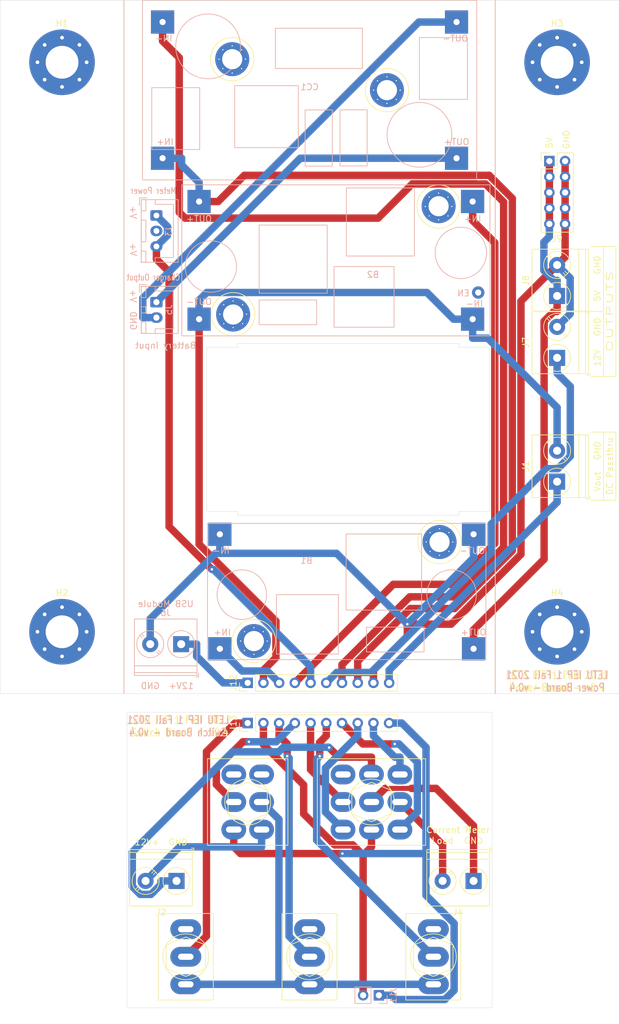
<source format=kicad_pcb>
(kicad_pcb (version 20171130) (host pcbnew 5.1.10)

  (general
    (thickness 1.6)
    (drawings 67)
    (tracks 228)
    (zones 0)
    (modules 24)
    (nets 32)
  )

  (page A4)
  (layers
    (0 F.Cu signal)
    (31 B.Cu signal)
    (32 B.Adhes user)
    (33 F.Adhes user)
    (34 B.Paste user)
    (35 F.Paste user)
    (36 B.SilkS user)
    (37 F.SilkS user)
    (38 B.Mask user)
    (39 F.Mask user)
    (40 Dwgs.User user)
    (41 Cmts.User user)
    (42 Eco1.User user)
    (43 Eco2.User user)
    (44 Edge.Cuts user)
    (45 Margin user)
    (46 B.CrtYd user)
    (47 F.CrtYd user)
    (48 B.Fab user)
    (49 F.Fab user)
  )

  (setup
    (last_trace_width 1.2)
    (user_trace_width 0.8)
    (user_trace_width 1.2)
    (trace_clearance 0.2)
    (zone_clearance 0.508)
    (zone_45_only no)
    (trace_min 0.2)
    (via_size 0.8)
    (via_drill 0.4)
    (via_min_size 0.4)
    (via_min_drill 0.3)
    (uvia_size 0.3)
    (uvia_drill 0.1)
    (uvias_allowed no)
    (uvia_min_size 0.2)
    (uvia_min_drill 0.1)
    (edge_width 0.05)
    (segment_width 0.2)
    (pcb_text_width 0.3)
    (pcb_text_size 1.5 1.5)
    (mod_edge_width 0.12)
    (mod_text_size 1 1)
    (mod_text_width 0.15)
    (pad_size 1.524 1.524)
    (pad_drill 0.762)
    (pad_to_mask_clearance 0)
    (aux_axis_origin 0 0)
    (grid_origin 40.5 121.75)
    (visible_elements FFFFFF7F)
    (pcbplotparams
      (layerselection 0x010fc_ffffffff)
      (usegerberextensions true)
      (usegerberattributes false)
      (usegerberadvancedattributes false)
      (creategerberjobfile false)
      (excludeedgelayer true)
      (linewidth 0.100000)
      (plotframeref false)
      (viasonmask false)
      (mode 1)
      (useauxorigin false)
      (hpglpennumber 1)
      (hpglpenspeed 20)
      (hpglpendiameter 15.000000)
      (psnegative false)
      (psa4output false)
      (plotreference true)
      (plotvalue false)
      (plotinvisibletext false)
      (padsonsilk false)
      (subtractmaskfromsilk true)
      (outputformat 1)
      (mirror false)
      (drillshape 0)
      (scaleselection 1)
      (outputdirectory "Gerber/Switch_Plate/"))
  )

  (net 0 "")
  (net 1 /Switches/DC_+)
  (net 2 "Net-(B2-Pad5)")
  (net 3 "Net-(CC1-Pad4)")
  (net 4 "Net-(CC1-Pad3)")
  (net 5 "Net-(SW1-Pad2)")
  (net 6 "Net-(B1-Pad3)")
  (net 7 /Switches/CC_-)
  (net 8 /Switches/DC_-)
  (net 9 "Net-(J3-Pad2)")
  (net 10 /Switches/Meter_+)
  (net 11 Bridge_DC_-)
  (net 12 Bridge_DC_+)
  (net 13 Bridge_CC_-)
  (net 14 Bridge_BAT_+)
  (net 15 Bridge_Meter_+)
  (net 16 Bridge_BAT_-)
  (net 17 "Net-(J4-Pad2)")
  (net 18 "Net-(J4-Pad1)")
  (net 19 /Switches/15V_+)
  (net 20 Bridge_15V_+)
  (net 21 GND)
  (net 22 /Switches/5V_+)
  (net 23 /Switches/USB_+)
  (net 24 /Switches/12V_+)
  (net 25 Bridge_12V_+)
  (net 26 Bridge_USB_+)
  (net 27 Bridge_GND)
  (net 28 /Switches/DC_RAW_+)
  (net 29 Bridge_DC_RAW_+)
  (net 30 Bridge_5V_+)
  (net 31 "Net-(J2-Pad2)")

  (net_class Default "This is the default net class."
    (clearance 0.2)
    (trace_width 1.2)
    (via_dia 0.8)
    (via_drill 0.4)
    (uvia_dia 0.3)
    (uvia_drill 0.1)
    (add_net /Switches/12V_+)
    (add_net /Switches/15V_+)
    (add_net /Switches/5V_+)
    (add_net /Switches/CC_-)
    (add_net /Switches/DC_+)
    (add_net /Switches/DC_-)
    (add_net /Switches/DC_RAW_+)
    (add_net /Switches/Meter_+)
    (add_net /Switches/USB_+)
    (add_net Bridge_12V_+)
    (add_net Bridge_15V_+)
    (add_net Bridge_5V_+)
    (add_net Bridge_BAT_+)
    (add_net Bridge_BAT_-)
    (add_net Bridge_CC_-)
    (add_net Bridge_DC_+)
    (add_net Bridge_DC_-)
    (add_net Bridge_DC_RAW_+)
    (add_net Bridge_GND)
    (add_net Bridge_Meter_+)
    (add_net Bridge_USB_+)
    (add_net GND)
    (add_net "Net-(B1-Pad3)")
    (add_net "Net-(B2-Pad5)")
    (add_net "Net-(CC1-Pad3)")
    (add_net "Net-(CC1-Pad4)")
    (add_net "Net-(J2-Pad2)")
    (add_net "Net-(J3-Pad2)")
    (add_net "Net-(J4-Pad1)")
    (add_net "Net-(J4-Pad2)")
    (add_net "Net-(SW1-Pad2)")
  )

  (module Connector_PinHeader_2.54mm:PinHeader_2x05_P2.54mm_Vertical (layer F.Cu) (tedit 59FED5CC) (tstamp 60BB8ED5)
    (at 106.25 41.96)
    (descr "Through hole straight pin header, 2x05, 2.54mm pitch, double rows")
    (tags "Through hole pin header THT 2x05 2.54mm double row")
    (path /60EF7C0D)
    (fp_text reference J9 (at 1.25 12.54) (layer F.SilkS)
      (effects (font (size 1 1) (thickness 0.15)))
    )
    (fp_text value Conn_02x05_Odd_Even (at 1.27 12.49) (layer F.Fab)
      (effects (font (size 1 1) (thickness 0.15)))
    )
    (fp_line (start 0 -1.27) (end 3.81 -1.27) (layer F.Fab) (width 0.1))
    (fp_line (start 3.81 -1.27) (end 3.81 11.43) (layer F.Fab) (width 0.1))
    (fp_line (start 3.81 11.43) (end -1.27 11.43) (layer F.Fab) (width 0.1))
    (fp_line (start -1.27 11.43) (end -1.27 0) (layer F.Fab) (width 0.1))
    (fp_line (start -1.27 0) (end 0 -1.27) (layer F.Fab) (width 0.1))
    (fp_line (start -1.33 11.49) (end 3.87 11.49) (layer F.SilkS) (width 0.12))
    (fp_line (start -1.33 1.27) (end -1.33 11.49) (layer F.SilkS) (width 0.12))
    (fp_line (start 3.87 -1.33) (end 3.87 11.49) (layer F.SilkS) (width 0.12))
    (fp_line (start -1.33 1.27) (end 1.27 1.27) (layer F.SilkS) (width 0.12))
    (fp_line (start 1.27 1.27) (end 1.27 -1.33) (layer F.SilkS) (width 0.12))
    (fp_line (start 1.27 -1.33) (end 3.87 -1.33) (layer F.SilkS) (width 0.12))
    (fp_line (start -1.33 0) (end -1.33 -1.33) (layer F.SilkS) (width 0.12))
    (fp_line (start -1.33 -1.33) (end 0 -1.33) (layer F.SilkS) (width 0.12))
    (fp_line (start -1.8 -1.8) (end -1.8 11.95) (layer F.CrtYd) (width 0.05))
    (fp_line (start -1.8 11.95) (end 4.35 11.95) (layer F.CrtYd) (width 0.05))
    (fp_line (start 4.35 11.95) (end 4.35 -1.8) (layer F.CrtYd) (width 0.05))
    (fp_line (start 4.35 -1.8) (end -1.8 -1.8) (layer F.CrtYd) (width 0.05))
    (fp_text user %R (at 1.27 5.08 90) (layer F.Fab)
      (effects (font (size 1 1) (thickness 0.15)))
    )
    (pad 10 thru_hole oval (at 2.54 10.16) (size 1.7 1.7) (drill 1) (layers *.Cu *.Mask)
      (net 21 GND))
    (pad 9 thru_hole oval (at 0 10.16) (size 1.7 1.7) (drill 1) (layers *.Cu *.Mask)
      (net 6 "Net-(B1-Pad3)"))
    (pad 8 thru_hole oval (at 2.54 7.62) (size 1.7 1.7) (drill 1) (layers *.Cu *.Mask)
      (net 21 GND))
    (pad 7 thru_hole oval (at 0 7.62) (size 1.7 1.7) (drill 1) (layers *.Cu *.Mask)
      (net 6 "Net-(B1-Pad3)"))
    (pad 6 thru_hole oval (at 2.54 5.08) (size 1.7 1.7) (drill 1) (layers *.Cu *.Mask)
      (net 21 GND))
    (pad 5 thru_hole oval (at 0 5.08) (size 1.7 1.7) (drill 1) (layers *.Cu *.Mask)
      (net 6 "Net-(B1-Pad3)"))
    (pad 4 thru_hole oval (at 2.54 2.54) (size 1.7 1.7) (drill 1) (layers *.Cu *.Mask)
      (net 21 GND))
    (pad 3 thru_hole oval (at 0 2.54) (size 1.7 1.7) (drill 1) (layers *.Cu *.Mask)
      (net 6 "Net-(B1-Pad3)"))
    (pad 2 thru_hole oval (at 2.54 0) (size 1.7 1.7) (drill 1) (layers *.Cu *.Mask)
      (net 21 GND))
    (pad 1 thru_hole rect (at 0 0) (size 1.7 1.7) (drill 1) (layers *.Cu *.Mask)
      (net 6 "Net-(B1-Pad3)"))
    (model ${KISYS3DMOD}/Connector_PinHeader_2.54mm.3dshapes/PinHeader_2x05_P2.54mm_Vertical.wrl
      (at (xyz 0 0 0))
      (scale (xyz 1 1 1))
      (rotate (xyz 0 0 0))
    )
  )

  (module MountingHole:MountingHole_5.3mm_M5_Pad_Via (layer F.Cu) (tedit 56DDC708) (tstamp 609CA856)
    (at 107.5 26)
    (descr "Mounting Hole 5.3mm, M5")
    (tags "mounting hole 5.3mm m5")
    (path /60AD3824)
    (attr virtual)
    (fp_text reference H3 (at 0 -6.3) (layer F.SilkS)
      (effects (font (size 1 1) (thickness 0.15)))
    )
    (fp_text value MountingHole (at 0 6.3) (layer F.Fab)
      (effects (font (size 1 1) (thickness 0.15)))
    )
    (fp_circle (center 0 0) (end 5.55 0) (layer F.CrtYd) (width 0.05))
    (fp_circle (center 0 0) (end 5.3 0) (layer Cmts.User) (width 0.15))
    (fp_text user %R (at 0.3 0) (layer F.Fab)
      (effects (font (size 1 1) (thickness 0.15)))
    )
    (pad 1 thru_hole circle (at 0 0) (size 10.6 10.6) (drill 5.3) (layers *.Cu *.Mask))
    (pad 1 thru_hole circle (at 3.975 0) (size 0.9 0.9) (drill 0.6) (layers *.Cu *.Mask))
    (pad 1 thru_hole circle (at 2.810749 2.810749) (size 0.9 0.9) (drill 0.6) (layers *.Cu *.Mask))
    (pad 1 thru_hole circle (at 0 3.975) (size 0.9 0.9) (drill 0.6) (layers *.Cu *.Mask))
    (pad 1 thru_hole circle (at -2.810749 2.810749) (size 0.9 0.9) (drill 0.6) (layers *.Cu *.Mask))
    (pad 1 thru_hole circle (at -3.975 0) (size 0.9 0.9) (drill 0.6) (layers *.Cu *.Mask))
    (pad 1 thru_hole circle (at -2.810749 -2.810749) (size 0.9 0.9) (drill 0.6) (layers *.Cu *.Mask))
    (pad 1 thru_hole circle (at 0 -3.975) (size 0.9 0.9) (drill 0.6) (layers *.Cu *.Mask))
    (pad 1 thru_hole circle (at 2.810749 -2.810749) (size 0.9 0.9) (drill 0.6) (layers *.Cu *.Mask))
  )

  (module TerminalBlock_Phoenix:TerminalBlock_Phoenix_PT-1,5-2-5.0-H_1x02_P5.00mm_Horizontal (layer F.Cu) (tedit 5B294F69) (tstamp 60A16527)
    (at 107.5 63.75 90)
    (descr "Terminal Block Phoenix PT-1,5-2-5.0-H, 2 pins, pitch 5mm, size 10x9mm^2, drill diamater 1.3mm, pad diameter 2.6mm, see http://www.mouser.com/ds/2/324/ItemDetail_1935161-922578.pdf, script-generated using https://github.com/pointhi/kicad-footprint-generator/scripts/TerminalBlock_Phoenix")
    (tags "THT Terminal Block Phoenix PT-1,5-2-5.0-H pitch 5mm size 10x9mm^2 drill 1.3mm pad 2.6mm")
    (path /60A83229)
    (fp_text reference J8 (at 2.5 -5.06 90) (layer F.SilkS)
      (effects (font (size 1 1) (thickness 0.15)))
    )
    (fp_text value Screw_Terminal_01x02 (at 2.5 6.06 90) (layer F.Fab)
      (effects (font (size 1 1) (thickness 0.15)))
    )
    (fp_circle (center 0 0) (end 2 0) (layer F.Fab) (width 0.1))
    (fp_circle (center 0 0) (end 2.18 0) (layer F.SilkS) (width 0.12))
    (fp_circle (center 5 0) (end 7 0) (layer F.Fab) (width 0.1))
    (fp_circle (center 5 0) (end 7.18 0) (layer F.SilkS) (width 0.12))
    (fp_line (start -2.5 -4) (end 7.5 -4) (layer F.Fab) (width 0.1))
    (fp_line (start 7.5 -4) (end 7.5 5) (layer F.Fab) (width 0.1))
    (fp_line (start 7.5 5) (end -2.1 5) (layer F.Fab) (width 0.1))
    (fp_line (start -2.1 5) (end -2.5 4.6) (layer F.Fab) (width 0.1))
    (fp_line (start -2.5 4.6) (end -2.5 -4) (layer F.Fab) (width 0.1))
    (fp_line (start -2.5 4.6) (end 7.5 4.6) (layer F.Fab) (width 0.1))
    (fp_line (start -2.56 4.6) (end 7.56 4.6) (layer F.SilkS) (width 0.12))
    (fp_line (start -2.5 3.5) (end 7.5 3.5) (layer F.Fab) (width 0.1))
    (fp_line (start -2.56 3.5) (end 7.56 3.5) (layer F.SilkS) (width 0.12))
    (fp_line (start -2.56 -4.06) (end 7.56 -4.06) (layer F.SilkS) (width 0.12))
    (fp_line (start -2.56 5.06) (end 7.56 5.06) (layer F.SilkS) (width 0.12))
    (fp_line (start -2.56 -4.06) (end -2.56 5.06) (layer F.SilkS) (width 0.12))
    (fp_line (start 7.56 -4.06) (end 7.56 5.06) (layer F.SilkS) (width 0.12))
    (fp_line (start 1.517 -1.273) (end -1.273 1.517) (layer F.Fab) (width 0.1))
    (fp_line (start 1.273 -1.517) (end -1.517 1.273) (layer F.Fab) (width 0.1))
    (fp_line (start 1.654 -1.388) (end 1.547 -1.281) (layer F.SilkS) (width 0.12))
    (fp_line (start -1.282 1.547) (end -1.388 1.654) (layer F.SilkS) (width 0.12))
    (fp_line (start 1.388 -1.654) (end 1.281 -1.547) (layer F.SilkS) (width 0.12))
    (fp_line (start -1.548 1.281) (end -1.654 1.388) (layer F.SilkS) (width 0.12))
    (fp_line (start 6.517 -1.273) (end 3.728 1.517) (layer F.Fab) (width 0.1))
    (fp_line (start 6.273 -1.517) (end 3.484 1.273) (layer F.Fab) (width 0.1))
    (fp_line (start 6.654 -1.388) (end 6.259 -0.992) (layer F.SilkS) (width 0.12))
    (fp_line (start 3.993 1.274) (end 3.613 1.654) (layer F.SilkS) (width 0.12))
    (fp_line (start 6.388 -1.654) (end 6.008 -1.274) (layer F.SilkS) (width 0.12))
    (fp_line (start 3.742 0.992) (end 3.347 1.388) (layer F.SilkS) (width 0.12))
    (fp_line (start -2.8 4.66) (end -2.8 5.3) (layer F.SilkS) (width 0.12))
    (fp_line (start -2.8 5.3) (end -2.4 5.3) (layer F.SilkS) (width 0.12))
    (fp_line (start -3 -4.5) (end -3 5.5) (layer F.CrtYd) (width 0.05))
    (fp_line (start -3 5.5) (end 8 5.5) (layer F.CrtYd) (width 0.05))
    (fp_line (start 8 5.5) (end 8 -4.5) (layer F.CrtYd) (width 0.05))
    (fp_line (start 8 -4.5) (end -3 -4.5) (layer F.CrtYd) (width 0.05))
    (fp_text user %R (at 2.5 2.9 90) (layer F.Fab)
      (effects (font (size 1 1) (thickness 0.15)))
    )
    (pad 2 thru_hole circle (at 5 0 90) (size 2.6 2.6) (drill 1.3) (layers *.Cu *.Mask)
      (net 21 GND))
    (pad 1 thru_hole rect (at 0 0 90) (size 2.6 2.6) (drill 1.3) (layers *.Cu *.Mask)
      (net 6 "Net-(B1-Pad3)"))
    (model ${KISYS3DMOD}/TerminalBlock_Phoenix.3dshapes/TerminalBlock_Phoenix_PT-1,5-2-5.0-H_1x02_P5.00mm_Horizontal.wrl
      (at (xyz 0 0 0))
      (scale (xyz 1 1 1))
      (rotate (xyz 0 0 0))
    )
  )

  (module MountingHole:MountingHole_5.3mm_M5_Pad_Via (layer F.Cu) (tedit 56DDC708) (tstamp 609CA866)
    (at 107.5 118)
    (descr "Mounting Hole 5.3mm, M5")
    (tags "mounting hole 5.3mm m5")
    (path /60AD3DCF)
    (attr virtual)
    (fp_text reference H4 (at 0 -6.3) (layer F.SilkS)
      (effects (font (size 1 1) (thickness 0.15)))
    )
    (fp_text value MountingHole (at 0 6.3) (layer F.Fab)
      (effects (font (size 1 1) (thickness 0.15)))
    )
    (fp_circle (center 0 0) (end 5.55 0) (layer F.CrtYd) (width 0.05))
    (fp_circle (center 0 0) (end 5.3 0) (layer Cmts.User) (width 0.15))
    (fp_text user %R (at 0.3 0) (layer F.Fab)
      (effects (font (size 1 1) (thickness 0.15)))
    )
    (pad 1 thru_hole circle (at 0 0) (size 10.6 10.6) (drill 5.3) (layers *.Cu *.Mask))
    (pad 1 thru_hole circle (at 3.975 0) (size 0.9 0.9) (drill 0.6) (layers *.Cu *.Mask))
    (pad 1 thru_hole circle (at 2.810749 2.810749) (size 0.9 0.9) (drill 0.6) (layers *.Cu *.Mask))
    (pad 1 thru_hole circle (at 0 3.975) (size 0.9 0.9) (drill 0.6) (layers *.Cu *.Mask))
    (pad 1 thru_hole circle (at -2.810749 2.810749) (size 0.9 0.9) (drill 0.6) (layers *.Cu *.Mask))
    (pad 1 thru_hole circle (at -3.975 0) (size 0.9 0.9) (drill 0.6) (layers *.Cu *.Mask))
    (pad 1 thru_hole circle (at -2.810749 -2.810749) (size 0.9 0.9) (drill 0.6) (layers *.Cu *.Mask))
    (pad 1 thru_hole circle (at 0 -3.975) (size 0.9 0.9) (drill 0.6) (layers *.Cu *.Mask))
    (pad 1 thru_hole circle (at 2.810749 -2.810749) (size 0.9 0.9) (drill 0.6) (layers *.Cu *.Mask))
  )

  (module Connector_JST:JST_XH_B2B-XH-A_1x02_P2.50mm_Vertical (layer B.Cu) (tedit 5C28146C) (tstamp 60A164AA)
    (at 42.75 64.75 270)
    (descr "JST XH series connector, B2B-XH-A (http://www.jst-mfg.com/product/pdf/eng/eXH.pdf), generated with kicad-footprint-generator")
    (tags "connector JST XH vertical")
    (path /60AAF51C)
    (fp_text reference J5 (at 1.25 -2 270) (layer B.SilkS)
      (effects (font (size 1 1) (thickness 0.15)) (justify mirror))
    )
    (fp_text value Conn_01x02 (at 1.25 -4.6 270) (layer B.Fab)
      (effects (font (size 1 1) (thickness 0.15)) (justify mirror))
    )
    (fp_line (start -2.45 2.35) (end -2.45 -3.4) (layer B.Fab) (width 0.1))
    (fp_line (start -2.45 -3.4) (end 4.95 -3.4) (layer B.Fab) (width 0.1))
    (fp_line (start 4.95 -3.4) (end 4.95 2.35) (layer B.Fab) (width 0.1))
    (fp_line (start 4.95 2.35) (end -2.45 2.35) (layer B.Fab) (width 0.1))
    (fp_line (start -2.56 2.46) (end -2.56 -3.51) (layer B.SilkS) (width 0.12))
    (fp_line (start -2.56 -3.51) (end 5.06 -3.51) (layer B.SilkS) (width 0.12))
    (fp_line (start 5.06 -3.51) (end 5.06 2.46) (layer B.SilkS) (width 0.12))
    (fp_line (start 5.06 2.46) (end -2.56 2.46) (layer B.SilkS) (width 0.12))
    (fp_line (start -2.95 2.85) (end -2.95 -3.9) (layer B.CrtYd) (width 0.05))
    (fp_line (start -2.95 -3.9) (end 5.45 -3.9) (layer B.CrtYd) (width 0.05))
    (fp_line (start 5.45 -3.9) (end 5.45 2.85) (layer B.CrtYd) (width 0.05))
    (fp_line (start 5.45 2.85) (end -2.95 2.85) (layer B.CrtYd) (width 0.05))
    (fp_line (start -0.625 2.35) (end 0 1.35) (layer B.Fab) (width 0.1))
    (fp_line (start 0 1.35) (end 0.625 2.35) (layer B.Fab) (width 0.1))
    (fp_line (start 0.75 2.45) (end 0.75 1.7) (layer B.SilkS) (width 0.12))
    (fp_line (start 0.75 1.7) (end 1.75 1.7) (layer B.SilkS) (width 0.12))
    (fp_line (start 1.75 1.7) (end 1.75 2.45) (layer B.SilkS) (width 0.12))
    (fp_line (start 1.75 2.45) (end 0.75 2.45) (layer B.SilkS) (width 0.12))
    (fp_line (start -2.55 2.45) (end -2.55 1.7) (layer B.SilkS) (width 0.12))
    (fp_line (start -2.55 1.7) (end -0.75 1.7) (layer B.SilkS) (width 0.12))
    (fp_line (start -0.75 1.7) (end -0.75 2.45) (layer B.SilkS) (width 0.12))
    (fp_line (start -0.75 2.45) (end -2.55 2.45) (layer B.SilkS) (width 0.12))
    (fp_line (start 3.25 2.45) (end 3.25 1.7) (layer B.SilkS) (width 0.12))
    (fp_line (start 3.25 1.7) (end 5.05 1.7) (layer B.SilkS) (width 0.12))
    (fp_line (start 5.05 1.7) (end 5.05 2.45) (layer B.SilkS) (width 0.12))
    (fp_line (start 5.05 2.45) (end 3.25 2.45) (layer B.SilkS) (width 0.12))
    (fp_line (start -2.55 0.2) (end -1.8 0.2) (layer B.SilkS) (width 0.12))
    (fp_line (start -1.8 0.2) (end -1.8 -2.75) (layer B.SilkS) (width 0.12))
    (fp_line (start -1.8 -2.75) (end 1.25 -2.75) (layer B.SilkS) (width 0.12))
    (fp_line (start 5.05 0.2) (end 4.3 0.2) (layer B.SilkS) (width 0.12))
    (fp_line (start 4.3 0.2) (end 4.3 -2.75) (layer B.SilkS) (width 0.12))
    (fp_line (start 4.3 -2.75) (end 1.25 -2.75) (layer B.SilkS) (width 0.12))
    (fp_line (start -1.6 2.75) (end -2.85 2.75) (layer B.SilkS) (width 0.12))
    (fp_line (start -2.85 2.75) (end -2.85 1.5) (layer B.SilkS) (width 0.12))
    (fp_text user %R (at 1.25 -2.7 270) (layer B.Fab)
      (effects (font (size 1 1) (thickness 0.15)) (justify mirror))
    )
    (pad 2 thru_hole oval (at 2.5 0 270) (size 1.7 2) (drill 1) (layers *.Cu *.Mask)
      (net 3 "Net-(CC1-Pad4)"))
    (pad 1 thru_hole roundrect (at 0 0 270) (size 1.7 2) (drill 1) (layers *.Cu *.Mask) (roundrect_rratio 0.1470588235294118)
      (net 4 "Net-(CC1-Pad3)"))
    (model ${KISYS3DMOD}/Connector_JST.3dshapes/JST_XH_B2B-XH-A_1x02_P2.50mm_Vertical.wrl
      (at (xyz 0 0 0))
      (scale (xyz 1 1 1))
      (rotate (xyz 0 0 0))
    )
  )

  (module Connector_PinHeader_2.54mm:PinHeader_1x10_P2.54mm_Vertical (layer F.Cu) (tedit 59FED5CC) (tstamp 60BAAD6C)
    (at 57.5 126.25 90)
    (descr "Through hole straight pin header, 1x10, 2.54mm pitch, single row")
    (tags "Through hole pin header THT 1x10 2.54mm single row")
    (path /609B92A7/60CEF5AF)
    (fp_text reference J12 (at 0 -2.33 90) (layer F.SilkS)
      (effects (font (size 1 1) (thickness 0.15)))
    )
    (fp_text value Conn_01x10 (at 0 25.19 90) (layer F.Fab)
      (effects (font (size 1 1) (thickness 0.15)))
    )
    (fp_line (start 1.8 -1.8) (end -1.8 -1.8) (layer F.CrtYd) (width 0.05))
    (fp_line (start 1.8 24.65) (end 1.8 -1.8) (layer F.CrtYd) (width 0.05))
    (fp_line (start -1.8 24.65) (end 1.8 24.65) (layer F.CrtYd) (width 0.05))
    (fp_line (start -1.8 -1.8) (end -1.8 24.65) (layer F.CrtYd) (width 0.05))
    (fp_line (start -1.33 -1.33) (end 0 -1.33) (layer F.SilkS) (width 0.12))
    (fp_line (start -1.33 0) (end -1.33 -1.33) (layer F.SilkS) (width 0.12))
    (fp_line (start -1.33 1.27) (end 1.33 1.27) (layer F.SilkS) (width 0.12))
    (fp_line (start 1.33 1.27) (end 1.33 24.19) (layer F.SilkS) (width 0.12))
    (fp_line (start -1.33 1.27) (end -1.33 24.19) (layer F.SilkS) (width 0.12))
    (fp_line (start -1.33 24.19) (end 1.33 24.19) (layer F.SilkS) (width 0.12))
    (fp_line (start -1.27 -0.635) (end -0.635 -1.27) (layer F.Fab) (width 0.1))
    (fp_line (start -1.27 24.13) (end -1.27 -0.635) (layer F.Fab) (width 0.1))
    (fp_line (start 1.27 24.13) (end -1.27 24.13) (layer F.Fab) (width 0.1))
    (fp_line (start 1.27 -1.27) (end 1.27 24.13) (layer F.Fab) (width 0.1))
    (fp_line (start -0.635 -1.27) (end 1.27 -1.27) (layer F.Fab) (width 0.1))
    (fp_text user %R (at 0 11.43) (layer F.Fab)
      (effects (font (size 1 1) (thickness 0.15)))
    )
    (pad 10 thru_hole oval (at 0 22.86 90) (size 1.7 1.7) (drill 1) (layers *.Cu *.Mask)
      (net 28 /Switches/DC_RAW_+))
    (pad 9 thru_hole oval (at 0 20.32 90) (size 1.7 1.7) (drill 1) (layers *.Cu *.Mask)
      (net 21 GND))
    (pad 8 thru_hole oval (at 0 17.78 90) (size 1.7 1.7) (drill 1) (layers *.Cu *.Mask)
      (net 19 /Switches/15V_+))
    (pad 7 thru_hole oval (at 0 15.24 90) (size 1.7 1.7) (drill 1) (layers *.Cu *.Mask)
      (net 7 /Switches/CC_-))
    (pad 6 thru_hole oval (at 0 12.7 90) (size 1.7 1.7) (drill 1) (layers *.Cu *.Mask)
      (net 24 /Switches/12V_+))
    (pad 5 thru_hole oval (at 0 10.16 90) (size 1.7 1.7) (drill 1) (layers *.Cu *.Mask)
      (net 10 /Switches/Meter_+))
    (pad 4 thru_hole oval (at 0 7.62 90) (size 1.7 1.7) (drill 1) (layers *.Cu *.Mask)
      (net 1 /Switches/DC_+))
    (pad 3 thru_hole oval (at 0 5.08 90) (size 1.7 1.7) (drill 1) (layers *.Cu *.Mask)
      (net 22 /Switches/5V_+))
    (pad 2 thru_hole oval (at 0 2.54 90) (size 1.7 1.7) (drill 1) (layers *.Cu *.Mask)
      (net 8 /Switches/DC_-))
    (pad 1 thru_hole rect (at 0 0 90) (size 1.7 1.7) (drill 1) (layers *.Cu *.Mask)
      (net 23 /Switches/USB_+))
    (model ${KISYS3DMOD}/Connector_PinHeader_2.54mm.3dshapes/PinHeader_1x10_P2.54mm_Vertical.wrl
      (at (xyz 0 0 0))
      (scale (xyz 1 1 1))
      (rotate (xyz 0 0 0))
    )
  )

  (module Custom:BuckBoostConverter (layer B.Cu) (tedit 60A1B1D9) (tstamp 60A00F0A)
    (at 71.75 58 180)
    (path /60A01B0B)
    (fp_text reference B2 (at -6 -2.3) (layer B.SilkS)
      (effects (font (size 1 1) (thickness 0.15)) (justify mirror))
    )
    (fp_text value BuckBoostConverter (at 0 0) (layer B.Fab)
      (effects (font (size 1 1) (thickness 0.15)) (justify mirror))
    )
    (fp_circle (center 16.6 -8.7) (end 16.6 -5.2) (layer F.SilkS) (width 0.12))
    (fp_circle (center -16.6 8.7) (end -16.6 12.2) (layer F.SilkS) (width 0.12))
    (fp_line (start 12.4 -5.3) (end 1.4 -5.3) (layer B.SilkS) (width 0.12))
    (fp_line (start 12.4 5.7) (end 12.4 -5.3) (layer B.SilkS) (width 0.12))
    (fp_line (start 1.4 5.7) (end 12.4 5.7) (layer B.SilkS) (width 0.12))
    (fp_line (start 1.4 -5.3) (end 1.4 5.7) (layer B.SilkS) (width 0.12))
    (fp_line (start -1.7 0.7) (end -12.7 0.7) (layer B.SilkS) (width 0.12))
    (fp_line (start -1.7 11.7) (end -1.7 0.7) (layer B.SilkS) (width 0.12))
    (fp_line (start -12.7 11.7) (end -1.7 11.7) (layer B.SilkS) (width 0.12))
    (fp_line (start -12.7 11.7) (end -12.7 0.7) (layer B.SilkS) (width 0.12))
    (fp_circle (center 20.2 -1) (end 24.35 -1) (layer B.SilkS) (width 0.12))
    (fp_circle (center -20.2 1.2) (end -16.05 1.2) (layer B.SilkS) (width 0.12))
    (fp_line (start -24.4 0) (end -24.4 11.7) (layer B.CrtYd) (width 0.12))
    (fp_line (start -24.4 11.7) (end 24.4 11.7) (layer B.CrtYd) (width 0.12))
    (fp_line (start 24.4 11.7) (end 24.4 0) (layer B.CrtYd) (width 0.12))
    (fp_line (start 24.4 0) (end 24.4 -11.7) (layer B.CrtYd) (width 0.12))
    (fp_line (start 24.4 -11.7) (end -24.4 -11.7) (layer B.CrtYd) (width 0.12))
    (fp_line (start -24.4 -11.7) (end -24.4 0) (layer B.CrtYd) (width 0.12))
    (fp_line (start -24.9 12.2) (end -24.9 -12.2) (layer B.SilkS) (width 0.12))
    (fp_line (start -24.9 -12.2) (end 24.9 -12.2) (layer B.SilkS) (width 0.12))
    (fp_line (start 24.9 12.2) (end -24.9 12.2) (layer B.SilkS) (width 0.12))
    (fp_line (start 24.9 -12.2) (end 24.9 12.2) (layer B.SilkS) (width 0.12))
    (fp_line (start -9.4 -1) (end -9.4 -10.8) (layer B.SilkS) (width 0.12))
    (fp_line (start -9.4 -10.8) (end 0.3 -10.8) (layer B.SilkS) (width 0.12))
    (fp_line (start 0.3 -10.8) (end 0.3 -1) (layer B.SilkS) (width 0.12))
    (fp_line (start 0.3 -1) (end -9.4 -1) (layer B.SilkS) (width 0.12))
    (fp_line (start 12.4 -10.4) (end 3.1 -10.4) (layer B.SilkS) (width 0.12))
    (fp_line (start 3.1 -6.4) (end 12.4 -6.4) (layer B.SilkS) (width 0.12))
    (fp_line (start 12.4 -6.4) (end 12.4 -10.4) (layer B.SilkS) (width 0.12))
    (fp_line (start 3.1 -10.4) (end 3.1 -6.4) (layer B.SilkS) (width 0.12))
    (fp_text user IN+ (at -22.1 6.7) (layer B.SilkS)
      (effects (font (size 1 1) (thickness 0.15)) (justify mirror))
    )
    (fp_text user IN- (at -22.4 -7) (layer B.SilkS)
      (effects (font (size 1 1) (thickness 0.15)) (justify mirror))
    )
    (fp_text user OUT+ (at 22.1 6.7) (layer B.SilkS)
      (effects (font (size 1 1) (thickness 0.15)) (justify mirror))
    )
    (fp_text user OUT- (at 22.1 -6.7) (layer B.SilkS)
      (effects (font (size 1 1) (thickness 0.15)) (justify mirror))
    )
    (fp_text user EN (at -20.6 -5.3) (layer B.SilkS)
      (effects (font (size 1 1) (thickness 0.15)) (justify mirror))
    )
    (pad 1 thru_hole rect (at -22.1 9.5 180) (size 3.75 3.75) (drill 1) (layers *.Cu *.Mask)
      (net 1 /Switches/DC_+))
    (pad 2 thru_hole rect (at -22.1 -9.5 180) (size 3.75 3.75) (drill 1) (layers *.Cu *.Mask)
      (net 8 /Switches/DC_-))
    (pad 3 thru_hole rect (at 22.1 9.5 180) (size 3.75 3.75) (drill 1) (layers *.Cu *.Mask)
      (net 19 /Switches/15V_+))
    (pad 4 thru_hole rect (at 22.1 -9.5 180) (size 3.75 3.75) (drill 1) (layers *.Cu *.Mask)
      (net 8 /Switches/DC_-))
    (pad "" thru_hole circle (at 18.12028 -7.17972 180) (size 0.5 0.5) (drill 0.2) (layers *.Cu))
    (pad "" thru_hole circle (at 15.07972 -7.17972 180) (size 0.5 0.5) (drill 0.2) (layers *.Cu))
    (pad "" thru_hole circle (at 18.75 -8.7 180) (size 0.5 0.5) (drill 0.2) (layers *.Cu))
    (pad "" thru_hole circle (at 15.07972 -10.22028 180) (size 0.5 0.5) (drill 0.2) (layers *.Cu))
    (pad "" thru_hole circle (at 16.6 -6.55 180) (size 0.5 0.5) (drill 0.2) (layers *.Cu))
    (pad "" thru_hole circle (at 16.6 -10.85 180) (size 0.5 0.5) (drill 0.2) (layers *.Cu))
    (pad "" thru_hole circle (at 18.12028 -10.22028 180) (size 0.5 0.5) (drill 0.2) (layers *.Cu))
    (pad "" thru_hole circle (at 14.45 -8.7 180) (size 0.5 0.5) (drill 0.2) (layers *.Cu))
    (pad "" thru_hole circle (at -15.07972 7.17972 180) (size 0.5 0.5) (drill 0.2) (layers *.Cu))
    (pad "" thru_hole circle (at -16.6 6.55 180) (size 0.5 0.5) (drill 0.2) (layers *.Cu))
    (pad "" thru_hole circle (at -18.12028 7.17972 180) (size 0.5 0.5) (drill 0.2) (layers *.Cu))
    (pad "" thru_hole circle (at -18.75 8.7 180) (size 0.5 0.5) (drill 0.2) (layers *.Cu))
    (pad "" thru_hole circle (at -18.12028 10.22028 180) (size 0.5 0.5) (drill 0.2) (layers *.Cu))
    (pad "" thru_hole circle (at -15.07972 10.22028 180) (size 0.5 0.5) (drill 0.2) (layers *.Cu))
    (pad "" thru_hole circle (at -14.45 8.7 180) (size 0.5 0.5) (drill 0.2) (layers *.Cu))
    (pad "" thru_hole circle (at -16.6 10.85 180) (size 0.5 0.5) (drill 0.2) (layers *.Cu))
    (pad "" thru_hole circle (at 16.6 -8.75 180) (size 5.5 5.5) (drill 3.25) (layers *.Cu *.Mask))
    (pad "" thru_hole circle (at -16.6 8.75 180) (size 5.5 5.5) (drill 3.25) (layers *.Cu *.Mask))
    (pad 5 thru_hole circle (at -23 -5.2 180) (size 2 2) (drill 1) (layers *.Cu *.Mask)
      (net 2 "Net-(B2-Pad5)"))
    (model ${KIPRJMOD}/footprints/Custom.pretty/BuckBoostConverter.wrl
      (at (xyz 0 0 0))
      (scale (xyz 1 1 1))
      (rotate (xyz 0 0 0))
    )
  )

  (module MountingHole:MountingHole_5.3mm_M5_Pad_Via (layer F.Cu) (tedit 56DDC708) (tstamp 609CA836)
    (at 27.5 26)
    (descr "Mounting Hole 5.3mm, M5")
    (tags "mounting hole 5.3mm m5")
    (path /60AD1861)
    (attr virtual)
    (fp_text reference H1 (at 0 -6.3) (layer F.SilkS)
      (effects (font (size 1 1) (thickness 0.15)))
    )
    (fp_text value MountingHole (at 0 6.3) (layer F.Fab)
      (effects (font (size 1 1) (thickness 0.15)))
    )
    (fp_circle (center 0 0) (end 5.55 0) (layer F.CrtYd) (width 0.05))
    (fp_circle (center 0 0) (end 5.3 0) (layer Cmts.User) (width 0.15))
    (fp_text user %R (at 0.3 0) (layer F.Fab)
      (effects (font (size 1 1) (thickness 0.15)))
    )
    (pad 1 thru_hole circle (at 0 0) (size 10.6 10.6) (drill 5.3) (layers *.Cu *.Mask))
    (pad 1 thru_hole circle (at 3.975 0) (size 0.9 0.9) (drill 0.6) (layers *.Cu *.Mask))
    (pad 1 thru_hole circle (at 2.810749 2.810749) (size 0.9 0.9) (drill 0.6) (layers *.Cu *.Mask))
    (pad 1 thru_hole circle (at 0 3.975) (size 0.9 0.9) (drill 0.6) (layers *.Cu *.Mask))
    (pad 1 thru_hole circle (at -2.810749 2.810749) (size 0.9 0.9) (drill 0.6) (layers *.Cu *.Mask))
    (pad 1 thru_hole circle (at -3.975 0) (size 0.9 0.9) (drill 0.6) (layers *.Cu *.Mask))
    (pad 1 thru_hole circle (at -2.810749 -2.810749) (size 0.9 0.9) (drill 0.6) (layers *.Cu *.Mask))
    (pad 1 thru_hole circle (at 0 -3.975) (size 0.9 0.9) (drill 0.6) (layers *.Cu *.Mask))
    (pad 1 thru_hole circle (at 2.810749 -2.810749) (size 0.9 0.9) (drill 0.6) (layers *.Cu *.Mask))
  )

  (module MountingHole:MountingHole_5.3mm_M5_Pad_Via (layer F.Cu) (tedit 56DDC708) (tstamp 609CA846)
    (at 27.5 118)
    (descr "Mounting Hole 5.3mm, M5")
    (tags "mounting hole 5.3mm m5")
    (path /60AD31C6)
    (attr virtual)
    (fp_text reference H2 (at 0 -6.3) (layer F.SilkS)
      (effects (font (size 1 1) (thickness 0.15)))
    )
    (fp_text value MountingHole (at 0 6.3) (layer F.Fab)
      (effects (font (size 1 1) (thickness 0.15)))
    )
    (fp_circle (center 0 0) (end 5.55 0) (layer F.CrtYd) (width 0.05))
    (fp_circle (center 0 0) (end 5.3 0) (layer Cmts.User) (width 0.15))
    (fp_text user %R (at 0.3 0) (layer F.Fab)
      (effects (font (size 1 1) (thickness 0.15)))
    )
    (pad 1 thru_hole circle (at 0 0) (size 10.6 10.6) (drill 5.3) (layers *.Cu *.Mask))
    (pad 1 thru_hole circle (at 3.975 0) (size 0.9 0.9) (drill 0.6) (layers *.Cu *.Mask))
    (pad 1 thru_hole circle (at 2.810749 2.810749) (size 0.9 0.9) (drill 0.6) (layers *.Cu *.Mask))
    (pad 1 thru_hole circle (at 0 3.975) (size 0.9 0.9) (drill 0.6) (layers *.Cu *.Mask))
    (pad 1 thru_hole circle (at -2.810749 2.810749) (size 0.9 0.9) (drill 0.6) (layers *.Cu *.Mask))
    (pad 1 thru_hole circle (at -3.975 0) (size 0.9 0.9) (drill 0.6) (layers *.Cu *.Mask))
    (pad 1 thru_hole circle (at -2.810749 -2.810749) (size 0.9 0.9) (drill 0.6) (layers *.Cu *.Mask))
    (pad 1 thru_hole circle (at 0 -3.975) (size 0.9 0.9) (drill 0.6) (layers *.Cu *.Mask))
    (pad 1 thru_hole circle (at 2.810749 -2.810749) (size 0.9 0.9) (drill 0.6) (layers *.Cu *.Mask))
  )

  (module TerminalBlock_Phoenix:TerminalBlock_Phoenix_PT-1,5-2-5.0-H_1x02_P5.00mm_Horizontal (layer F.Cu) (tedit 5B294F69) (tstamp 60A163B3)
    (at 107.5 93.75 90)
    (descr "Terminal Block Phoenix PT-1,5-2-5.0-H, 2 pins, pitch 5mm, size 10x9mm^2, drill diamater 1.3mm, pad diameter 2.6mm, see http://www.mouser.com/ds/2/324/ItemDetail_1935161-922578.pdf, script-generated using https://github.com/pointhi/kicad-footprint-generator/scripts/TerminalBlock_Phoenix")
    (tags "THT Terminal Block Phoenix PT-1,5-2-5.0-H pitch 5mm size 10x9mm^2 drill 1.3mm pad 2.6mm")
    (path /60A76FEB)
    (fp_text reference J1 (at 2.5 -5.06 90) (layer F.SilkS)
      (effects (font (size 1 1) (thickness 0.15)))
    )
    (fp_text value Screw_Terminal_01x02 (at 2.5 6.06 90) (layer F.Fab)
      (effects (font (size 1 1) (thickness 0.15)))
    )
    (fp_circle (center 0 0) (end 2 0) (layer F.Fab) (width 0.1))
    (fp_circle (center 0 0) (end 2.18 0) (layer F.SilkS) (width 0.12))
    (fp_circle (center 5 0) (end 7 0) (layer F.Fab) (width 0.1))
    (fp_circle (center 5 0) (end 7.18 0) (layer F.SilkS) (width 0.12))
    (fp_line (start -2.5 -4) (end 7.5 -4) (layer F.Fab) (width 0.1))
    (fp_line (start 7.5 -4) (end 7.5 5) (layer F.Fab) (width 0.1))
    (fp_line (start 7.5 5) (end -2.1 5) (layer F.Fab) (width 0.1))
    (fp_line (start -2.1 5) (end -2.5 4.6) (layer F.Fab) (width 0.1))
    (fp_line (start -2.5 4.6) (end -2.5 -4) (layer F.Fab) (width 0.1))
    (fp_line (start -2.5 4.6) (end 7.5 4.6) (layer F.Fab) (width 0.1))
    (fp_line (start -2.56 4.6) (end 7.56 4.6) (layer F.SilkS) (width 0.12))
    (fp_line (start -2.5 3.5) (end 7.5 3.5) (layer F.Fab) (width 0.1))
    (fp_line (start -2.56 3.5) (end 7.56 3.5) (layer F.SilkS) (width 0.12))
    (fp_line (start -2.56 -4.06) (end 7.56 -4.06) (layer F.SilkS) (width 0.12))
    (fp_line (start -2.56 5.06) (end 7.56 5.06) (layer F.SilkS) (width 0.12))
    (fp_line (start -2.56 -4.06) (end -2.56 5.06) (layer F.SilkS) (width 0.12))
    (fp_line (start 7.56 -4.06) (end 7.56 5.06) (layer F.SilkS) (width 0.12))
    (fp_line (start 1.517 -1.273) (end -1.273 1.517) (layer F.Fab) (width 0.1))
    (fp_line (start 1.273 -1.517) (end -1.517 1.273) (layer F.Fab) (width 0.1))
    (fp_line (start 1.654 -1.388) (end 1.547 -1.281) (layer F.SilkS) (width 0.12))
    (fp_line (start -1.282 1.547) (end -1.388 1.654) (layer F.SilkS) (width 0.12))
    (fp_line (start 1.388 -1.654) (end 1.281 -1.547) (layer F.SilkS) (width 0.12))
    (fp_line (start -1.548 1.281) (end -1.654 1.388) (layer F.SilkS) (width 0.12))
    (fp_line (start 6.517 -1.273) (end 3.728 1.517) (layer F.Fab) (width 0.1))
    (fp_line (start 6.273 -1.517) (end 3.484 1.273) (layer F.Fab) (width 0.1))
    (fp_line (start 6.654 -1.388) (end 6.259 -0.992) (layer F.SilkS) (width 0.12))
    (fp_line (start 3.993 1.274) (end 3.613 1.654) (layer F.SilkS) (width 0.12))
    (fp_line (start 6.388 -1.654) (end 6.008 -1.274) (layer F.SilkS) (width 0.12))
    (fp_line (start 3.742 0.992) (end 3.347 1.388) (layer F.SilkS) (width 0.12))
    (fp_line (start -2.8 4.66) (end -2.8 5.3) (layer F.SilkS) (width 0.12))
    (fp_line (start -2.8 5.3) (end -2.4 5.3) (layer F.SilkS) (width 0.12))
    (fp_line (start -3 -4.5) (end -3 5.5) (layer F.CrtYd) (width 0.05))
    (fp_line (start -3 5.5) (end 8 5.5) (layer F.CrtYd) (width 0.05))
    (fp_line (start 8 5.5) (end 8 -4.5) (layer F.CrtYd) (width 0.05))
    (fp_line (start 8 -4.5) (end -3 -4.5) (layer F.CrtYd) (width 0.05))
    (fp_text user %R (at 2.5 2.9 90) (layer F.Fab)
      (effects (font (size 1 1) (thickness 0.15)))
    )
    (pad 2 thru_hole circle (at 5 0 90) (size 2.6 2.6) (drill 1.3) (layers *.Cu *.Mask)
      (net 8 /Switches/DC_-))
    (pad 1 thru_hole rect (at 0 0 90) (size 2.6 2.6) (drill 1.3) (layers *.Cu *.Mask)
      (net 28 /Switches/DC_RAW_+))
    (model ${KISYS3DMOD}/TerminalBlock_Phoenix.3dshapes/TerminalBlock_Phoenix_PT-1,5-2-5.0-H_1x02_P5.00mm_Horizontal.wrl
      (at (xyz 0 0 0))
      (scale (xyz 1 1 1))
      (rotate (xyz 0 0 0))
    )
  )

  (module TerminalBlock_Phoenix:TerminalBlock_Phoenix_PT-1,5-2-5.0-H_1x02_P5.00mm_Horizontal (layer B.Cu) (tedit 5B294F69) (tstamp 60B876AA)
    (at 46.75 120 180)
    (descr "Terminal Block Phoenix PT-1,5-2-5.0-H, 2 pins, pitch 5mm, size 10x9mm^2, drill diamater 1.3mm, pad diameter 2.6mm, see http://www.mouser.com/ds/2/324/ItemDetail_1935161-922578.pdf, script-generated using https://github.com/pointhi/kicad-footprint-generator/scripts/TerminalBlock_Phoenix")
    (tags "THT Terminal Block Phoenix PT-1,5-2-5.0-H pitch 5mm size 10x9mm^2 drill 1.3mm pad 2.6mm")
    (path /60B8E37C)
    (fp_text reference J6 (at 2.5 5.06) (layer B.SilkS)
      (effects (font (size 1 1) (thickness 0.15)) (justify mirror))
    )
    (fp_text value Screw_Terminal_01x02 (at 2.5 -6.06) (layer B.Fab)
      (effects (font (size 1 1) (thickness 0.15)) (justify mirror))
    )
    (fp_line (start 8 4.5) (end -3 4.5) (layer B.CrtYd) (width 0.05))
    (fp_line (start 8 -5.5) (end 8 4.5) (layer B.CrtYd) (width 0.05))
    (fp_line (start -3 -5.5) (end 8 -5.5) (layer B.CrtYd) (width 0.05))
    (fp_line (start -3 4.5) (end -3 -5.5) (layer B.CrtYd) (width 0.05))
    (fp_line (start -2.8 -5.3) (end -2.4 -5.3) (layer B.SilkS) (width 0.12))
    (fp_line (start -2.8 -4.66) (end -2.8 -5.3) (layer B.SilkS) (width 0.12))
    (fp_line (start 3.742 -0.992) (end 3.347 -1.388) (layer B.SilkS) (width 0.12))
    (fp_line (start 6.388 1.654) (end 6.008 1.274) (layer B.SilkS) (width 0.12))
    (fp_line (start 3.993 -1.274) (end 3.613 -1.654) (layer B.SilkS) (width 0.12))
    (fp_line (start 6.654 1.388) (end 6.259 0.992) (layer B.SilkS) (width 0.12))
    (fp_line (start 6.273 1.517) (end 3.484 -1.273) (layer B.Fab) (width 0.1))
    (fp_line (start 6.517 1.273) (end 3.728 -1.517) (layer B.Fab) (width 0.1))
    (fp_line (start -1.548 -1.281) (end -1.654 -1.388) (layer B.SilkS) (width 0.12))
    (fp_line (start 1.388 1.654) (end 1.281 1.547) (layer B.SilkS) (width 0.12))
    (fp_line (start -1.282 -1.547) (end -1.388 -1.654) (layer B.SilkS) (width 0.12))
    (fp_line (start 1.654 1.388) (end 1.547 1.281) (layer B.SilkS) (width 0.12))
    (fp_line (start 1.273 1.517) (end -1.517 -1.273) (layer B.Fab) (width 0.1))
    (fp_line (start 1.517 1.273) (end -1.273 -1.517) (layer B.Fab) (width 0.1))
    (fp_line (start 7.56 4.06) (end 7.56 -5.06) (layer B.SilkS) (width 0.12))
    (fp_line (start -2.56 4.06) (end -2.56 -5.06) (layer B.SilkS) (width 0.12))
    (fp_line (start -2.56 -5.06) (end 7.56 -5.06) (layer B.SilkS) (width 0.12))
    (fp_line (start -2.56 4.06) (end 7.56 4.06) (layer B.SilkS) (width 0.12))
    (fp_line (start -2.56 -3.5) (end 7.56 -3.5) (layer B.SilkS) (width 0.12))
    (fp_line (start -2.5 -3.5) (end 7.5 -3.5) (layer B.Fab) (width 0.1))
    (fp_line (start -2.56 -4.6) (end 7.56 -4.6) (layer B.SilkS) (width 0.12))
    (fp_line (start -2.5 -4.6) (end 7.5 -4.6) (layer B.Fab) (width 0.1))
    (fp_line (start -2.5 -4.6) (end -2.5 4) (layer B.Fab) (width 0.1))
    (fp_line (start -2.1 -5) (end -2.5 -4.6) (layer B.Fab) (width 0.1))
    (fp_line (start 7.5 -5) (end -2.1 -5) (layer B.Fab) (width 0.1))
    (fp_line (start 7.5 4) (end 7.5 -5) (layer B.Fab) (width 0.1))
    (fp_line (start -2.5 4) (end 7.5 4) (layer B.Fab) (width 0.1))
    (fp_circle (center 5 0) (end 7.18 0) (layer B.SilkS) (width 0.12))
    (fp_circle (center 5 0) (end 7 0) (layer B.Fab) (width 0.1))
    (fp_circle (center 0 0) (end 2.18 0) (layer B.SilkS) (width 0.12))
    (fp_circle (center 0 0) (end 2 0) (layer B.Fab) (width 0.1))
    (fp_text user %R (at 2.5 -2.9) (layer B.Fab)
      (effects (font (size 1 1) (thickness 0.15)) (justify mirror))
    )
    (pad 2 thru_hole circle (at 5 0 180) (size 2.6 2.6) (drill 1.3) (layers *.Cu *.Mask)
      (net 21 GND))
    (pad 1 thru_hole rect (at 0 0 180) (size 2.6 2.6) (drill 1.3) (layers *.Cu *.Mask)
      (net 23 /Switches/USB_+))
    (model ${KISYS3DMOD}/TerminalBlock_Phoenix.3dshapes/TerminalBlock_Phoenix_PT-1,5-2-5.0-H_1x02_P5.00mm_Horizontal.wrl
      (at (xyz 0 0 0))
      (scale (xyz 1 1 1))
      (rotate (xyz 0 0 0))
    )
  )

  (module Custom:ConstantCurrentModule (layer B.Cu) (tedit 60B9BB69) (tstamp 60A19E1B)
    (at 67.5 30.5)
    (path /60A02ADB)
    (fp_text reference CC1 (at 0 -0.5) (layer B.SilkS)
      (effects (font (size 1 1) (thickness 0.15)) (justify mirror))
    )
    (fp_text value CurrentLimiter (at 0 0.5) (layer B.Fab)
      (effects (font (size 1 1) (thickness 0.15)) (justify mirror))
    )
    (fp_circle (center 12.5 0) (end 16.25 0) (layer F.CrtYd) (width 0.12))
    (fp_circle (center -12.5 -5) (end -8.75 -5) (layer F.CrtYd) (width 0.12))
    (fp_line (start -27 -14.5) (end 27 -14.5) (layer B.SilkS) (width 0.12))
    (fp_line (start -27 14.5) (end 27 14.5) (layer B.SilkS) (width 0.12))
    (fp_line (start 27 14.5) (end 27 -14.5) (layer B.SilkS) (width 0.12))
    (fp_line (start -27 -14.5) (end -27 14.5) (layer B.SilkS) (width 0.12))
    (fp_circle (center -12.5 -5) (end -12.5 -1.5) (layer F.SilkS) (width 0.12))
    (fp_line (start -27 14.5) (end -27 -14.5) (layer B.CrtYd) (width 0.12))
    (fp_line (start 27 14.5) (end -27 14.5) (layer B.CrtYd) (width 0.12))
    (fp_line (start 27 -14.5) (end 27 14.5) (layer B.CrtYd) (width 0.12))
    (fp_line (start -27 -14.5) (end 27 -14.5) (layer B.CrtYd) (width 0.12))
    (fp_circle (center 12.5 0) (end 12.5 3.5) (layer F.SilkS) (width 0.12))
    (fp_line (start -25.5 9.6) (end -25.5 -0.4) (layer B.SilkS) (width 0.12))
    (fp_line (start -17.75 -0.4) (end -17.75 9.6) (layer B.SilkS) (width 0.12))
    (fp_line (start -17.75 9.6) (end -25.5 9.6) (layer B.SilkS) (width 0.12))
    (fp_line (start -17.75 -0.4) (end -25.5 -0.4) (layer B.SilkS) (width 0.12))
    (fp_line (start 25.5 1.5) (end 25.5 -8.5) (layer B.SilkS) (width 0.12))
    (fp_line (start 17.75 1.5) (end 17.75 -8.5) (layer B.SilkS) (width 0.12))
    (fp_line (start 17.75 1.5) (end 25.5 1.5) (layer B.SilkS) (width 0.12))
    (fp_line (start 25.5 -8.5) (end 17.75 -8.5) (layer B.SilkS) (width 0.12))
    (fp_line (start -5.53 -3.5) (end -5.53 -10) (layer B.SilkS) (width 0.12))
    (fp_line (start 8.54 -3.5) (end 8.54 -10) (layer B.SilkS) (width 0.12))
    (fp_line (start -5.53 -3.5) (end 8.54 -3.5) (layer B.SilkS) (width 0.12))
    (fp_line (start 8.54 -10) (end -5.53 -10) (layer B.SilkS) (width 0.12))
    (fp_line (start -12.1 -0.72) (end -12.1 9.29) (layer B.SilkS) (width 0.12))
    (fp_line (start -1.82 -0.72) (end -1.82 9.29) (layer B.SilkS) (width 0.12))
    (fp_line (start -1.82 -0.72) (end -12.1 -0.72) (layer B.SilkS) (width 0.12))
    (fp_line (start -1.82 9.29) (end -12.1 9.29) (layer B.SilkS) (width 0.12))
    (fp_circle (center -16.4 -7.07) (end -11.17 -7.07) (layer B.SilkS) (width 0.12))
    (fp_circle (center 17.75 7.22) (end 22.98 7.22) (layer B.SilkS) (width 0.12))
    (fp_line (start -0.72 12.27) (end -0.72 3.2) (layer B.SilkS) (width 0.12))
    (fp_line (start 3.67 12.27) (end 3.67 3.2) (layer B.SilkS) (width 0.12))
    (fp_line (start -0.72 3.2) (end 3.67 3.2) (layer B.SilkS) (width 0.12))
    (fp_line (start 3.67 12.27) (end -0.72 12.27) (layer B.SilkS) (width 0.12))
    (fp_line (start 9.3 12.25) (end 4.91 12.25) (layer B.SilkS) (width 0.12))
    (fp_line (start 4.91 12.25) (end 4.91 3.18) (layer B.SilkS) (width 0.12))
    (fp_line (start 4.91 3.18) (end 9.3 3.18) (layer B.SilkS) (width 0.12))
    (fp_line (start 9.3 12.25) (end 9.3 3.18) (layer B.SilkS) (width 0.12))
    (fp_text user OUT- (at 23.55 -8.35) (layer B.SilkS)
      (effects (font (size 1 1) (thickness 0.15)) (justify mirror))
    )
    (fp_text user OUT+ (at 23.75 8.35) (layer B.SilkS)
      (effects (font (size 1 1) (thickness 0.15)) (justify mirror))
    )
    (fp_text user IN- (at -23.55 -8.35) (layer B.SilkS)
      (effects (font (size 1 1) (thickness 0.15)) (justify mirror))
    )
    (fp_text user IN+ (at -23.35 8.35) (layer B.SilkS)
      (effects (font (size 1 1) (thickness 0.15)) (justify mirror))
    )
    (pad "" thru_hole circle (at 10.97972 -1.5) (size 0.5 0.5) (drill 0.2) (layers *.Cu))
    (pad "" thru_hole circle (at -10.97972 -6.52028) (size 0.5 0.5) (drill 0.2) (layers *.Cu))
    (pad "" thru_hole circle (at -14.65 -5) (size 0.5 0.5) (drill 0.2) (layers *.Cu))
    (pad "" thru_hole circle (at -14.02028 -3.47972) (size 0.5 0.5) (drill 0.2) (layers *.Cu))
    (pad "" thru_hole circle (at -10.97972 -3.47972) (size 0.5 0.5) (drill 0.2) (layers *.Cu))
    (pad "" thru_hole circle (at -10.35 -5) (size 0.5 0.5) (drill 0.2) (layers *.Cu))
    (pad "" thru_hole circle (at -12.5 -2.75) (size 0.5 0.5) (drill 0.2) (layers *.Cu))
    (pad "" thru_hole circle (at 14.02028 -1.52028) (size 0.5 0.5) (drill 0.2) (layers *.Cu))
    (pad "" thru_hole circle (at 10.35 0) (size 0.5 0.5) (drill 0.2) (layers *.Cu))
    (pad "" thru_hole circle (at 12.5 0) (size 5.5 5.5) (drill 3.25) (layers *.Cu *.Mask))
    (pad "" thru_hole circle (at -12.5 -5) (size 5.5 5.5) (drill 3.25) (layers *.Cu *.Mask))
    (pad "" thru_hole circle (at 12.5 -2.15) (size 0.5 0.5) (drill 0.2) (layers *.Cu))
    (pad "" thru_hole circle (at -12.5 -7.15) (size 0.5 0.5) (drill 0.2) (layers *.Cu))
    (pad "" thru_hole circle (at -14.02028 -6.52028) (size 0.5 0.5) (drill 0.2) (layers *.Cu))
    (pad "" thru_hole circle (at 12.5 2.15) (size 0.5 0.5) (drill 0.2) (layers *.Cu))
    (pad "" thru_hole circle (at 14.65 0) (size 0.5 0.5) (drill 0.2) (layers *.Cu))
    (pad 3 thru_hole rect (at 23.75 11) (size 3.75 3.75) (drill 1) (layers *.Cu *.Mask)
      (net 4 "Net-(CC1-Pad3)"))
    (pad 4 thru_hole rect (at 23.75 -11) (size 3.75 3.75) (drill 1) (layers *.Cu *.Mask)
      (net 3 "Net-(CC1-Pad4)"))
    (pad 1 thru_hole rect (at -23.75 11) (size 3.75 3.75) (drill 1) (layers *.Cu *.Mask)
      (net 19 /Switches/15V_+))
    (pad 2 thru_hole rect (at -23.75 -11) (size 3.75 3.75) (drill 1) (layers *.Cu *.Mask)
      (net 7 /Switches/CC_-))
    (pad "" thru_hole circle (at 10.97972 1.5) (size 0.5 0.5) (drill 0.2) (layers *.Cu))
    (pad "" thru_hole circle (at 14.02028 1.52028) (size 0.5 0.5) (drill 0.2) (layers *.Cu))
    (model "${KIPRJMOD}/footprints/Custom.pretty/Constant Current Module Holder.STEP"
      (offset (xyz 0 0 11.3))
      (scale (xyz 1 1 1))
      (rotate (xyz 90 0 0))
    )
    (model ${KIPRJMOD}/footprints/Custom.pretty/ConstantCurrentModule.STEP
      (offset (xyz 0 0 11.3))
      (scale (xyz 1 1 1))
      (rotate (xyz -90 0 0))
    )
  )

  (module TerminalBlock_Phoenix:TerminalBlock_Phoenix_PT-1,5-2-5.0-H_1x02_P5.00mm_Horizontal (layer F.Cu) (tedit 5B294F69) (tstamp 60A164FD)
    (at 107.5 73.75 90)
    (descr "Terminal Block Phoenix PT-1,5-2-5.0-H, 2 pins, pitch 5mm, size 10x9mm^2, drill diamater 1.3mm, pad diameter 2.6mm, see http://www.mouser.com/ds/2/324/ItemDetail_1935161-922578.pdf, script-generated using https://github.com/pointhi/kicad-footprint-generator/scripts/TerminalBlock_Phoenix")
    (tags "THT Terminal Block Phoenix PT-1,5-2-5.0-H pitch 5mm size 10x9mm^2 drill 1.3mm pad 2.6mm")
    (path /60A7DED8)
    (fp_text reference J7 (at 2.5 -5.06 90) (layer F.SilkS)
      (effects (font (size 1 1) (thickness 0.15)))
    )
    (fp_text value Screw_Terminal_01x02 (at 2.5 6.06 90) (layer F.Fab)
      (effects (font (size 1 1) (thickness 0.15)))
    )
    (fp_circle (center 0 0) (end 2 0) (layer F.Fab) (width 0.1))
    (fp_circle (center 0 0) (end 2.18 0) (layer F.SilkS) (width 0.12))
    (fp_circle (center 5 0) (end 7 0) (layer F.Fab) (width 0.1))
    (fp_circle (center 5 0) (end 7.18 0) (layer F.SilkS) (width 0.12))
    (fp_line (start -2.5 -4) (end 7.5 -4) (layer F.Fab) (width 0.1))
    (fp_line (start 7.5 -4) (end 7.5 5) (layer F.Fab) (width 0.1))
    (fp_line (start 7.5 5) (end -2.1 5) (layer F.Fab) (width 0.1))
    (fp_line (start -2.1 5) (end -2.5 4.6) (layer F.Fab) (width 0.1))
    (fp_line (start -2.5 4.6) (end -2.5 -4) (layer F.Fab) (width 0.1))
    (fp_line (start -2.5 4.6) (end 7.5 4.6) (layer F.Fab) (width 0.1))
    (fp_line (start -2.56 4.6) (end 7.56 4.6) (layer F.SilkS) (width 0.12))
    (fp_line (start -2.5 3.5) (end 7.5 3.5) (layer F.Fab) (width 0.1))
    (fp_line (start -2.56 3.5) (end 7.56 3.5) (layer F.SilkS) (width 0.12))
    (fp_line (start -2.56 -4.06) (end 7.56 -4.06) (layer F.SilkS) (width 0.12))
    (fp_line (start -2.56 5.06) (end 7.56 5.06) (layer F.SilkS) (width 0.12))
    (fp_line (start -2.56 -4.06) (end -2.56 5.06) (layer F.SilkS) (width 0.12))
    (fp_line (start 7.56 -4.06) (end 7.56 5.06) (layer F.SilkS) (width 0.12))
    (fp_line (start 1.517 -1.273) (end -1.273 1.517) (layer F.Fab) (width 0.1))
    (fp_line (start 1.273 -1.517) (end -1.517 1.273) (layer F.Fab) (width 0.1))
    (fp_line (start 1.654 -1.388) (end 1.547 -1.281) (layer F.SilkS) (width 0.12))
    (fp_line (start -1.282 1.547) (end -1.388 1.654) (layer F.SilkS) (width 0.12))
    (fp_line (start 1.388 -1.654) (end 1.281 -1.547) (layer F.SilkS) (width 0.12))
    (fp_line (start -1.548 1.281) (end -1.654 1.388) (layer F.SilkS) (width 0.12))
    (fp_line (start 6.517 -1.273) (end 3.728 1.517) (layer F.Fab) (width 0.1))
    (fp_line (start 6.273 -1.517) (end 3.484 1.273) (layer F.Fab) (width 0.1))
    (fp_line (start 6.654 -1.388) (end 6.259 -0.992) (layer F.SilkS) (width 0.12))
    (fp_line (start 3.993 1.274) (end 3.613 1.654) (layer F.SilkS) (width 0.12))
    (fp_line (start 6.388 -1.654) (end 6.008 -1.274) (layer F.SilkS) (width 0.12))
    (fp_line (start 3.742 0.992) (end 3.347 1.388) (layer F.SilkS) (width 0.12))
    (fp_line (start -2.8 4.66) (end -2.8 5.3) (layer F.SilkS) (width 0.12))
    (fp_line (start -2.8 5.3) (end -2.4 5.3) (layer F.SilkS) (width 0.12))
    (fp_line (start -3 -4.5) (end -3 5.5) (layer F.CrtYd) (width 0.05))
    (fp_line (start -3 5.5) (end 8 5.5) (layer F.CrtYd) (width 0.05))
    (fp_line (start 8 5.5) (end 8 -4.5) (layer F.CrtYd) (width 0.05))
    (fp_line (start 8 -4.5) (end -3 -4.5) (layer F.CrtYd) (width 0.05))
    (fp_text user %R (at 2.5 2.9 90) (layer F.Fab)
      (effects (font (size 1 1) (thickness 0.15)))
    )
    (pad 2 thru_hole circle (at 5 0 90) (size 2.6 2.6) (drill 1.3) (layers *.Cu *.Mask)
      (net 21 GND))
    (pad 1 thru_hole rect (at 0 0 90) (size 2.6 2.6) (drill 1.3) (layers *.Cu *.Mask)
      (net 24 /Switches/12V_+))
    (model ${KISYS3DMOD}/TerminalBlock_Phoenix.3dshapes/TerminalBlock_Phoenix_PT-1,5-2-5.0-H_1x02_P5.00mm_Horizontal.wrl
      (at (xyz 0 0 0))
      (scale (xyz 1 1 1))
      (rotate (xyz 0 0 0))
    )
  )

  (module Custom:BuckConverter (layer B.Cu) (tedit 60A1B21C) (tstamp 60A00ECC)
    (at 73.5 111.5)
    (path /60A041C1)
    (fp_text reference B1 (at -6.5 -5) (layer B.SilkS)
      (effects (font (size 1 1) (thickness 0.15)) (justify mirror))
    )
    (fp_text value BuckConverter (at 0 -2.5) (layer B.Fab)
      (effects (font (size 1 1) (thickness 0.15)) (justify mirror))
    )
    (fp_circle (center 15 -8) (end 15 -4.5) (layer F.SilkS) (width 0.12))
    (fp_circle (center -15 8) (end -15 11.5) (layer F.SilkS) (width 0.12))
    (fp_line (start 22.5 11) (end -22.5 11) (layer B.SilkS) (width 0.12))
    (fp_line (start 22.5 -11) (end 22.5 11) (layer B.SilkS) (width 0.12))
    (fp_line (start -22.5 -11) (end 22.5 -11) (layer B.SilkS) (width 0.12))
    (fp_line (start -22.5 11) (end -22.5 -11) (layer B.SilkS) (width 0.12))
    (fp_line (start -22 -10.5) (end 22 -10.5) (layer B.CrtYd) (width 0.12))
    (fp_line (start 22 -10.5) (end 22 10.5) (layer B.CrtYd) (width 0.12))
    (fp_line (start 22 10.5) (end -22 10.5) (layer B.CrtYd) (width 0.12))
    (fp_line (start -22 10.5) (end -22 -10.5) (layer B.CrtYd) (width 0.12))
    (fp_line (start -11.35 0.5) (end -11.35 10.1) (layer B.SilkS) (width 0.12))
    (fp_line (start -11.35 10.1) (end -1.35 10.1) (layer B.SilkS) (width 0.12))
    (fp_line (start -1.35 10.1) (end -1.35 0.5) (layer B.SilkS) (width 0.12))
    (fp_line (start -1.35 0.5) (end -11.35 0.5) (layer B.SilkS) (width 0.12))
    (fp_line (start -0.1 3) (end 12.1 3) (layer B.SilkS) (width 0.12))
    (fp_line (start 12.1 3) (end 12.1 -9.3) (layer B.SilkS) (width 0.12))
    (fp_line (start 12.1 -9.3) (end -0.1 -9.3) (layer B.SilkS) (width 0.12))
    (fp_line (start -0.1 -9.3) (end -0.1 3) (layer B.SilkS) (width 0.12))
    (fp_circle (center -16.95 0.5) (end -16.95 -3.5) (layer B.SilkS) (width 0.12))
    (fp_circle (center 16.95 0.5) (end 16.95 -3.5) (layer B.SilkS) (width 0.12))
    (fp_line (start 3.2 5.75) (end 3.2 9.75) (layer B.SilkS) (width 0.12))
    (fp_line (start 3.2 9.75) (end 12.5 9.75) (layer B.SilkS) (width 0.12))
    (fp_line (start 12.5 9.75) (end 12.5 5.75) (layer B.SilkS) (width 0.12))
    (fp_line (start 12.5 5.75) (end 3.2 5.75) (layer B.SilkS) (width 0.12))
    (fp_text user IN+ (at -20.1 6.6) (layer B.SilkS)
      (effects (font (size 1 1) (thickness 0.15)) (justify mirror))
    )
    (fp_text user IN- (at -20.3 -6.6) (layer B.SilkS)
      (effects (font (size 1 1) (thickness 0.15)) (justify mirror))
    )
    (fp_text user OUT+ (at 20.5 6.6) (layer B.SilkS)
      (effects (font (size 1 1) (thickness 0.15)) (justify mirror))
    )
    (fp_text user OUT- (at 20.3 -6.6) (layer B.SilkS)
      (effects (font (size 1 1) (thickness 0.15)) (justify mirror))
    )
    (pad 1 thru_hole rect (at -20.5 9.25) (size 3.75 3.75) (drill 1) (layers *.Cu *.Mask)
      (net 22 /Switches/5V_+))
    (pad 2 thru_hole rect (at -20.5 -9.25) (size 3.75 3.75) (drill 1) (layers *.Cu *.Mask)
      (net 21 GND))
    (pad 3 thru_hole rect (at 20.5 9.25) (size 3.75 3.75) (drill 1) (layers *.Cu *.Mask)
      (net 6 "Net-(B1-Pad3)"))
    (pad 4 thru_hole rect (at 20.5 -9.25) (size 3.75 3.75) (drill 1) (layers *.Cu *.Mask)
      (net 21 GND))
    (pad "" thru_hole circle (at 16.52028 -6.47972) (size 0.5 0.5) (drill 0.2) (layers *.Cu))
    (pad "" thru_hole circle (at 13.47972 -6.47972) (size 0.5 0.5) (drill 0.2) (layers *.Cu))
    (pad "" thru_hole circle (at 17.15 -8) (size 0.5 0.5) (drill 0.2) (layers *.Cu))
    (pad "" thru_hole circle (at 13.47972 -9.52028) (size 0.5 0.5) (drill 0.2) (layers *.Cu))
    (pad "" thru_hole circle (at 15 -5.85) (size 0.5 0.5) (drill 0.2) (layers *.Cu))
    (pad "" thru_hole circle (at 15 -10.15) (size 0.5 0.5) (drill 0.2) (layers *.Cu))
    (pad "" thru_hole circle (at 16.52028 -9.52028) (size 0.5 0.5) (drill 0.2) (layers *.Cu))
    (pad "" thru_hole circle (at 12.85 -8) (size 0.5 0.5) (drill 0.2) (layers *.Cu))
    (pad "" thru_hole circle (at -13.47972 6.47972) (size 0.5 0.5) (drill 0.2) (layers *.Cu))
    (pad "" thru_hole circle (at -15 5.85) (size 0.5 0.5) (drill 0.2) (layers *.Cu))
    (pad "" thru_hole circle (at -16.52028 6.47972) (size 0.5 0.5) (drill 0.2) (layers *.Cu))
    (pad "" thru_hole circle (at -17.15 8) (size 0.5 0.5) (drill 0.2) (layers *.Cu))
    (pad "" thru_hole circle (at -16.52028 9.52028) (size 0.5 0.5) (drill 0.2) (layers *.Cu))
    (pad "" thru_hole circle (at -13.47972 9.52028) (size 0.5 0.5) (drill 0.2) (layers *.Cu))
    (pad "" thru_hole circle (at -12.85 8) (size 0.5 0.5) (drill 0.2) (layers *.Cu))
    (pad "" thru_hole circle (at -15 10.15) (size 0.5 0.5) (drill 0.2) (layers *.Cu))
    (pad "" thru_hole circle (at 15 -8) (size 5.5 5.5) (drill 3.25) (layers *.Cu *.Mask))
    (pad "" thru_hole circle (at -15 8) (size 5.5 5.5) (drill 3.25) (layers *.Cu *.Mask))
    (model ${KIPRJMOD}/footprints/Custom.pretty/BuckBoostConverterLarge.wrl
      (at (xyz 0 0 0))
      (scale (xyz 1 1 1))
      (rotate (xyz 0 0 0))
    )
  )

  (module Connector_JST:JST_XH_B3B-XH-A_1x03_P2.50mm_Vertical (layer B.Cu) (tedit 5C28146C) (tstamp 60BA9215)
    (at 42.75 50.75 270)
    (descr "JST XH series connector, B3B-XH-A (http://www.jst-mfg.com/product/pdf/eng/eXH.pdf), generated with kicad-footprint-generator")
    (tags "connector JST XH vertical")
    (path /60DC9D04)
    (fp_text reference J3 (at 2.5 -2 90) (layer B.SilkS)
      (effects (font (size 1 1) (thickness 0.15)) (justify mirror))
    )
    (fp_text value Conn_01x03 (at 2.5 -4.6 90) (layer B.Fab)
      (effects (font (size 1 1) (thickness 0.15)) (justify mirror))
    )
    (fp_line (start -2.45 2.35) (end -2.45 -3.4) (layer B.Fab) (width 0.1))
    (fp_line (start -2.45 -3.4) (end 7.45 -3.4) (layer B.Fab) (width 0.1))
    (fp_line (start 7.45 -3.4) (end 7.45 2.35) (layer B.Fab) (width 0.1))
    (fp_line (start 7.45 2.35) (end -2.45 2.35) (layer B.Fab) (width 0.1))
    (fp_line (start -2.56 2.46) (end -2.56 -3.51) (layer B.SilkS) (width 0.12))
    (fp_line (start -2.56 -3.51) (end 7.56 -3.51) (layer B.SilkS) (width 0.12))
    (fp_line (start 7.56 -3.51) (end 7.56 2.46) (layer B.SilkS) (width 0.12))
    (fp_line (start 7.56 2.46) (end -2.56 2.46) (layer B.SilkS) (width 0.12))
    (fp_line (start -2.95 2.85) (end -2.95 -3.9) (layer B.CrtYd) (width 0.05))
    (fp_line (start -2.95 -3.9) (end 7.95 -3.9) (layer B.CrtYd) (width 0.05))
    (fp_line (start 7.95 -3.9) (end 7.95 2.85) (layer B.CrtYd) (width 0.05))
    (fp_line (start 7.95 2.85) (end -2.95 2.85) (layer B.CrtYd) (width 0.05))
    (fp_line (start -0.625 2.35) (end 0 1.35) (layer B.Fab) (width 0.1))
    (fp_line (start 0 1.35) (end 0.625 2.35) (layer B.Fab) (width 0.1))
    (fp_line (start 0.75 2.45) (end 0.75 1.7) (layer B.SilkS) (width 0.12))
    (fp_line (start 0.75 1.7) (end 4.25 1.7) (layer B.SilkS) (width 0.12))
    (fp_line (start 4.25 1.7) (end 4.25 2.45) (layer B.SilkS) (width 0.12))
    (fp_line (start 4.25 2.45) (end 0.75 2.45) (layer B.SilkS) (width 0.12))
    (fp_line (start -2.55 2.45) (end -2.55 1.7) (layer B.SilkS) (width 0.12))
    (fp_line (start -2.55 1.7) (end -0.75 1.7) (layer B.SilkS) (width 0.12))
    (fp_line (start -0.75 1.7) (end -0.75 2.45) (layer B.SilkS) (width 0.12))
    (fp_line (start -0.75 2.45) (end -2.55 2.45) (layer B.SilkS) (width 0.12))
    (fp_line (start 5.75 2.45) (end 5.75 1.7) (layer B.SilkS) (width 0.12))
    (fp_line (start 5.75 1.7) (end 7.55 1.7) (layer B.SilkS) (width 0.12))
    (fp_line (start 7.55 1.7) (end 7.55 2.45) (layer B.SilkS) (width 0.12))
    (fp_line (start 7.55 2.45) (end 5.75 2.45) (layer B.SilkS) (width 0.12))
    (fp_line (start -2.55 0.2) (end -1.8 0.2) (layer B.SilkS) (width 0.12))
    (fp_line (start -1.8 0.2) (end -1.8 -2.75) (layer B.SilkS) (width 0.12))
    (fp_line (start -1.8 -2.75) (end 2.5 -2.75) (layer B.SilkS) (width 0.12))
    (fp_line (start 7.55 0.2) (end 6.8 0.2) (layer B.SilkS) (width 0.12))
    (fp_line (start 6.8 0.2) (end 6.8 -2.75) (layer B.SilkS) (width 0.12))
    (fp_line (start 6.8 -2.75) (end 2.5 -2.75) (layer B.SilkS) (width 0.12))
    (fp_line (start -1.6 2.75) (end -2.85 2.75) (layer B.SilkS) (width 0.12))
    (fp_line (start -2.85 2.75) (end -2.85 1.5) (layer B.SilkS) (width 0.12))
    (fp_text user %R (at 2.5 -2.7 90) (layer B.Fab)
      (effects (font (size 1 1) (thickness 0.15)) (justify mirror))
    )
    (pad 3 thru_hole oval (at 5 0 270) (size 1.7 1.95) (drill 0.95) (layers *.Cu *.Mask)
      (net 10 /Switches/Meter_+))
    (pad 2 thru_hole oval (at 2.5 0 270) (size 1.7 1.95) (drill 0.95) (layers *.Cu *.Mask)
      (net 9 "Net-(J3-Pad2)"))
    (pad 1 thru_hole roundrect (at 0 0 270) (size 1.7 1.95) (drill 0.95) (layers *.Cu *.Mask) (roundrect_rratio 0.1470588235294118)
      (net 10 /Switches/Meter_+))
    (model ${KISYS3DMOD}/Connector_JST.3dshapes/JST_XH_B3B-XH-A_1x03_P2.50mm_Vertical.wrl
      (at (xyz 0 0 0))
      (scale (xyz 1 1 1))
      (rotate (xyz 0 0 0))
    )
  )

  (module TerminalBlock_Phoenix:TerminalBlock_Phoenix_PT-1,5-2-5.0-H_1x02_P5.00mm_Horizontal (layer F.Cu) (tedit 5B294F69) (tstamp 60BA98E8)
    (at 94 158.25 180)
    (descr "Terminal Block Phoenix PT-1,5-2-5.0-H, 2 pins, pitch 5mm, size 10x9mm^2, drill diamater 1.3mm, pad diameter 2.6mm, see http://www.mouser.com/ds/2/324/ItemDetail_1935161-922578.pdf, script-generated using https://github.com/pointhi/kicad-footprint-generator/scripts/TerminalBlock_Phoenix")
    (tags "THT Terminal Block Phoenix PT-1,5-2-5.0-H pitch 5mm size 10x9mm^2 drill 1.3mm pad 2.6mm")
    (path /609B92A7/60BD9409)
    (fp_text reference J4 (at 2.5 -5.06) (layer F.SilkS)
      (effects (font (size 1 1) (thickness 0.15)))
    )
    (fp_text value Screw_Terminal_01x02 (at 2.5 6.06) (layer F.Fab)
      (effects (font (size 1 1) (thickness 0.15)))
    )
    (fp_line (start 8 -4.5) (end -3 -4.5) (layer F.CrtYd) (width 0.05))
    (fp_line (start 8 5.5) (end 8 -4.5) (layer F.CrtYd) (width 0.05))
    (fp_line (start -3 5.5) (end 8 5.5) (layer F.CrtYd) (width 0.05))
    (fp_line (start -3 -4.5) (end -3 5.5) (layer F.CrtYd) (width 0.05))
    (fp_line (start -2.8 5.3) (end -2.4 5.3) (layer F.SilkS) (width 0.12))
    (fp_line (start -2.8 4.66) (end -2.8 5.3) (layer F.SilkS) (width 0.12))
    (fp_line (start 3.742 0.992) (end 3.347 1.388) (layer F.SilkS) (width 0.12))
    (fp_line (start 6.388 -1.654) (end 6.008 -1.274) (layer F.SilkS) (width 0.12))
    (fp_line (start 3.993 1.274) (end 3.613 1.654) (layer F.SilkS) (width 0.12))
    (fp_line (start 6.654 -1.388) (end 6.259 -0.992) (layer F.SilkS) (width 0.12))
    (fp_line (start 6.273 -1.517) (end 3.484 1.273) (layer F.Fab) (width 0.1))
    (fp_line (start 6.517 -1.273) (end 3.728 1.517) (layer F.Fab) (width 0.1))
    (fp_line (start -1.548 1.281) (end -1.654 1.388) (layer F.SilkS) (width 0.12))
    (fp_line (start 1.388 -1.654) (end 1.281 -1.547) (layer F.SilkS) (width 0.12))
    (fp_line (start -1.282 1.547) (end -1.388 1.654) (layer F.SilkS) (width 0.12))
    (fp_line (start 1.654 -1.388) (end 1.547 -1.281) (layer F.SilkS) (width 0.12))
    (fp_line (start 1.273 -1.517) (end -1.517 1.273) (layer F.Fab) (width 0.1))
    (fp_line (start 1.517 -1.273) (end -1.273 1.517) (layer F.Fab) (width 0.1))
    (fp_line (start 7.56 -4.06) (end 7.56 5.06) (layer F.SilkS) (width 0.12))
    (fp_line (start -2.56 -4.06) (end -2.56 5.06) (layer F.SilkS) (width 0.12))
    (fp_line (start -2.56 5.06) (end 7.56 5.06) (layer F.SilkS) (width 0.12))
    (fp_line (start -2.56 -4.06) (end 7.56 -4.06) (layer F.SilkS) (width 0.12))
    (fp_line (start -2.56 3.5) (end 7.56 3.5) (layer F.SilkS) (width 0.12))
    (fp_line (start -2.5 3.5) (end 7.5 3.5) (layer F.Fab) (width 0.1))
    (fp_line (start -2.56 4.6) (end 7.56 4.6) (layer F.SilkS) (width 0.12))
    (fp_line (start -2.5 4.6) (end 7.5 4.6) (layer F.Fab) (width 0.1))
    (fp_line (start -2.5 4.6) (end -2.5 -4) (layer F.Fab) (width 0.1))
    (fp_line (start -2.1 5) (end -2.5 4.6) (layer F.Fab) (width 0.1))
    (fp_line (start 7.5 5) (end -2.1 5) (layer F.Fab) (width 0.1))
    (fp_line (start 7.5 -4) (end 7.5 5) (layer F.Fab) (width 0.1))
    (fp_line (start -2.5 -4) (end 7.5 -4) (layer F.Fab) (width 0.1))
    (fp_circle (center 5 0) (end 7.18 0) (layer F.SilkS) (width 0.12))
    (fp_circle (center 5 0) (end 7 0) (layer F.Fab) (width 0.1))
    (fp_circle (center 0 0) (end 2.18 0) (layer F.SilkS) (width 0.12))
    (fp_circle (center 0 0) (end 2 0) (layer F.Fab) (width 0.1))
    (fp_text user %R (at 2.5 2.9) (layer F.Fab)
      (effects (font (size 1 1) (thickness 0.15)))
    )
    (pad 2 thru_hole circle (at 5 0 180) (size 2.6 2.6) (drill 1.3) (layers *.Cu *.Mask)
      (net 17 "Net-(J4-Pad2)"))
    (pad 1 thru_hole rect (at 0 0 180) (size 2.6 2.6) (drill 1.3) (layers *.Cu *.Mask)
      (net 18 "Net-(J4-Pad1)"))
    (model ${KISYS3DMOD}/TerminalBlock_Phoenix.3dshapes/TerminalBlock_Phoenix_PT-1,5-2-5.0-H_1x02_P5.00mm_Horizontal.wrl
      (at (xyz 0 0 0))
      (scale (xyz 1 1 1))
      (rotate (xyz 0 0 0))
    )
  )

  (module Custom:DPDT_OnOff (layer F.Cu) (tedit 60D541A8) (tstamp 60A1E8BE)
    (at 57.5 145.5 90)
    (descr "SW Toggle")
    (tags "SW Toggle")
    (path /609B92A7/609FA872)
    (fp_text reference SW1 (at 0.124031 -8.249895 90) (layer F.SilkS) hide
      (effects (font (size 1 1) (thickness 0.15)))
    )
    (fp_text value SW_DPST (at 0 -6.35 90) (layer F.Fab)
      (effects (font (size 1 1) (thickness 0.15)))
    )
    (fp_line (start -6.5 6) (end -6.5 -6) (layer F.CrtYd) (width 0.05))
    (fp_line (start -1.905 -3.175) (end 1.905 -3.175) (layer F.SilkS) (width 0.12))
    (fp_line (start 7 -6.5) (end 7 6.5) (layer F.SilkS) (width 0.12))
    (fp_line (start 7 6.5) (end -7 6.5) (layer F.SilkS) (width 0.12))
    (fp_line (start 6.5 -6) (end 6.5 6) (layer F.CrtYd) (width 0.05))
    (fp_circle (center 0 0) (end 1.905 3.175) (layer F.SilkS) (width 0.12))
    (fp_line (start 1.905 3.175) (end -1.905 3.175) (layer F.SilkS) (width 0.12))
    (fp_line (start 6.5 6) (end -6.5 6) (layer F.CrtYd) (width 0.05))
    (fp_line (start 3.175 0) (end 1.905 3.175) (layer F.SilkS) (width 0.12))
    (fp_line (start 1.905 -3.175) (end 3.175 0) (layer F.SilkS) (width 0.12))
    (fp_line (start -1.905 3.175) (end -3.175 0) (layer F.SilkS) (width 0.12))
    (fp_line (start -7 6.5) (end -7 -6.5) (layer F.SilkS) (width 0.12))
    (fp_line (start -6.5 -6) (end 6.5 -6) (layer F.CrtYd) (width 0.05))
    (fp_line (start -7 -6.5) (end 7 -6.5) (layer F.SilkS) (width 0.12))
    (fp_line (start -3.175 0) (end -1.905 -3.175) (layer F.SilkS) (width 0.12))
    (pad "" thru_hole oval (at 4.45 2.25 90) (size 3.2 4) (drill oval 1 2.5) (layers *.Cu *.Mask))
    (pad 1 thru_hole oval (at -4.45 2.25 90) (size 3.2 4) (drill oval 1 2.5) (layers *.Cu *.Mask)
      (net 31 "Net-(J2-Pad2)"))
    (pad 2 thru_hole oval (at 0 2.25 90) (size 3.2 4) (drill oval 1 2.5) (layers *.Cu *.Mask)
      (net 5 "Net-(SW1-Pad2)"))
    (pad 3 thru_hole oval (at -4.45 -2.25 270) (size 3.2 4) (drill oval 1 2.5) (layers *.Cu *.Mask)
      (net 29 Bridge_DC_RAW_+))
    (pad 4 thru_hole oval (at 0 -2.25 270) (size 3.2 4) (drill oval 1 2.5) (layers *.Cu *.Mask)
      (net 12 Bridge_DC_+))
    (pad "" thru_hole oval (at 4.45 -2.25 270) (size 3.2 4) (drill oval 1 2.5) (layers *.Cu *.Mask))
    (model ${KIPRJMOD}/footprints/Custom.pretty/DPDT.step
      (at (xyz 0 0 0))
      (scale (xyz 1 1 1))
      (rotate (xyz 0 0 90))
    )
  )

  (module Custom:3PDT (layer F.Cu) (tedit 60D54214) (tstamp 60BA3529)
    (at 77.5 145.5 270)
    (descr "SW Toggle")
    (tags "SW Toggle")
    (path /609B92A7/60C7C3AE)
    (fp_text reference SW2 (at 0.124031 -8.249895 90) (layer F.SilkS) hide
      (effects (font (size 1 1) (thickness 0.15)))
    )
    (fp_text value SW_3PDT_x3 (at 0 -6.35 90) (layer F.Fab)
      (effects (font (size 1 1) (thickness 0.15)))
    )
    (fp_line (start -3.175 0) (end -1.905 -3.175) (layer F.SilkS) (width 0.12))
    (fp_line (start -7 -8.75) (end 7 -8.75) (layer F.SilkS) (width 0.12))
    (fp_line (start -6.5 -8.25) (end 6.5 -8.25) (layer F.CrtYd) (width 0.05))
    (fp_line (start -7 8.75) (end -7 -8.75) (layer F.SilkS) (width 0.12))
    (fp_line (start -1.905 3.175) (end -3.175 0) (layer F.SilkS) (width 0.12))
    (fp_line (start 1.905 -3.175) (end 3.175 0) (layer F.SilkS) (width 0.12))
    (fp_line (start 3.175 0) (end 1.905 3.175) (layer F.SilkS) (width 0.12))
    (fp_line (start 6.5 8.25) (end -6.5 8.25) (layer F.CrtYd) (width 0.05))
    (fp_line (start 1.905 3.175) (end -1.905 3.175) (layer F.SilkS) (width 0.12))
    (fp_circle (center 0 0) (end 1.905 3.175) (layer F.SilkS) (width 0.12))
    (fp_line (start 6.5 -8.25) (end 6.5 8.25) (layer F.CrtYd) (width 0.05))
    (fp_line (start 7 8.75) (end -7 8.75) (layer F.SilkS) (width 0.12))
    (fp_line (start 7 -8.75) (end 7 8.75) (layer F.SilkS) (width 0.12))
    (fp_line (start -1.905 -3.175) (end 1.905 -3.175) (layer F.SilkS) (width 0.12))
    (fp_line (start -6.5 8.25) (end -6.5 -8.25) (layer F.CrtYd) (width 0.05))
    (pad 3 thru_hole oval (at 4.45 4.6 270) (size 3.2 4) (drill oval 1 2.5) (layers *.Cu *.Mask)
      (net 20 Bridge_15V_+))
    (pad 1 thru_hole oval (at -4.45 4.6 270) (size 3.2 4) (drill oval 1 2.5) (layers *.Cu *.Mask)
      (net 14 Bridge_BAT_+))
    (pad 2 thru_hole oval (at 0 4.6 270) (size 3.2 4) (drill oval 1 2.5) (layers *.Cu *.Mask)
      (net 15 Bridge_Meter_+))
    (pad 4 thru_hole oval (at -4.45 0 90) (size 3.2 4) (drill oval 1 2.5) (layers *.Cu *.Mask)
      (net 16 Bridge_BAT_-))
    (pad 5 thru_hole oval (at 0 0 90) (size 3.2 4) (drill oval 1 2.5) (layers *.Cu *.Mask)
      (net 18 "Net-(J4-Pad1)"))
    (pad 6 thru_hole oval (at 4.45 0 90) (size 3.2 4) (drill oval 1 2.5) (layers *.Cu *.Mask)
      (net 11 Bridge_DC_-))
    (pad 9 thru_hole oval (at 4.45 -4.6 90) (size 3.2 4) (drill oval 1 2.5) (layers *.Cu *.Mask)
      (net 13 Bridge_CC_-))
    (pad 7 thru_hole oval (at -4.45 -4.6 90) (size 3.2 4) (drill oval 1 2.5) (layers *.Cu *.Mask)
      (net 27 Bridge_GND))
    (pad 8 thru_hole oval (at 0 -4.6 90) (size 3.2 4) (drill oval 1 2.5) (layers *.Cu *.Mask)
      (net 17 "Net-(J4-Pad2)"))
    (model ${KIPRJMOD}/footprints/Custom.pretty/3PDT.STEP
      (at (xyz 0 0 0))
      (scale (xyz 1 1 1))
      (rotate (xyz 0 0 90))
    )
  )

  (module TerminalBlock_Phoenix:TerminalBlock_Phoenix_PT-1,5-2-5.0-H_1x02_P5.00mm_Horizontal (layer F.Cu) (tedit 5B294F69) (tstamp 60DADB03)
    (at 46 158.25 180)
    (descr "Terminal Block Phoenix PT-1,5-2-5.0-H, 2 pins, pitch 5mm, size 10x9mm^2, drill diamater 1.3mm, pad diameter 2.6mm, see http://www.mouser.com/ds/2/324/ItemDetail_1935161-922578.pdf, script-generated using https://github.com/pointhi/kicad-footprint-generator/scripts/TerminalBlock_Phoenix")
    (tags "THT Terminal Block Phoenix PT-1,5-2-5.0-H pitch 5mm size 10x9mm^2 drill 1.3mm pad 2.6mm")
    (path /609B92A7/60DBF4D0)
    (fp_text reference J2 (at 2.5 -5.06) (layer F.SilkS)
      (effects (font (size 1 1) (thickness 0.15)))
    )
    (fp_text value Screw_Terminal_01x02 (at 2.5 6.06) (layer F.Fab)
      (effects (font (size 1 1) (thickness 0.15)))
    )
    (fp_line (start 8 -4.5) (end -3 -4.5) (layer F.CrtYd) (width 0.05))
    (fp_line (start 8 5.5) (end 8 -4.5) (layer F.CrtYd) (width 0.05))
    (fp_line (start -3 5.5) (end 8 5.5) (layer F.CrtYd) (width 0.05))
    (fp_line (start -3 -4.5) (end -3 5.5) (layer F.CrtYd) (width 0.05))
    (fp_line (start -2.8 5.3) (end -2.4 5.3) (layer F.SilkS) (width 0.12))
    (fp_line (start -2.8 4.66) (end -2.8 5.3) (layer F.SilkS) (width 0.12))
    (fp_line (start 3.742 0.992) (end 3.347 1.388) (layer F.SilkS) (width 0.12))
    (fp_line (start 6.388 -1.654) (end 6.008 -1.274) (layer F.SilkS) (width 0.12))
    (fp_line (start 3.993 1.274) (end 3.613 1.654) (layer F.SilkS) (width 0.12))
    (fp_line (start 6.654 -1.388) (end 6.259 -0.992) (layer F.SilkS) (width 0.12))
    (fp_line (start 6.273 -1.517) (end 3.484 1.273) (layer F.Fab) (width 0.1))
    (fp_line (start 6.517 -1.273) (end 3.728 1.517) (layer F.Fab) (width 0.1))
    (fp_line (start -1.548 1.281) (end -1.654 1.388) (layer F.SilkS) (width 0.12))
    (fp_line (start 1.388 -1.654) (end 1.281 -1.547) (layer F.SilkS) (width 0.12))
    (fp_line (start -1.282 1.547) (end -1.388 1.654) (layer F.SilkS) (width 0.12))
    (fp_line (start 1.654 -1.388) (end 1.547 -1.281) (layer F.SilkS) (width 0.12))
    (fp_line (start 1.273 -1.517) (end -1.517 1.273) (layer F.Fab) (width 0.1))
    (fp_line (start 1.517 -1.273) (end -1.273 1.517) (layer F.Fab) (width 0.1))
    (fp_line (start 7.56 -4.06) (end 7.56 5.06) (layer F.SilkS) (width 0.12))
    (fp_line (start -2.56 -4.06) (end -2.56 5.06) (layer F.SilkS) (width 0.12))
    (fp_line (start -2.56 5.06) (end 7.56 5.06) (layer F.SilkS) (width 0.12))
    (fp_line (start -2.56 -4.06) (end 7.56 -4.06) (layer F.SilkS) (width 0.12))
    (fp_line (start -2.56 3.5) (end 7.56 3.5) (layer F.SilkS) (width 0.12))
    (fp_line (start -2.5 3.5) (end 7.5 3.5) (layer F.Fab) (width 0.1))
    (fp_line (start -2.56 4.6) (end 7.56 4.6) (layer F.SilkS) (width 0.12))
    (fp_line (start -2.5 4.6) (end 7.5 4.6) (layer F.Fab) (width 0.1))
    (fp_line (start -2.5 4.6) (end -2.5 -4) (layer F.Fab) (width 0.1))
    (fp_line (start -2.1 5) (end -2.5 4.6) (layer F.Fab) (width 0.1))
    (fp_line (start 7.5 5) (end -2.1 5) (layer F.Fab) (width 0.1))
    (fp_line (start 7.5 -4) (end 7.5 5) (layer F.Fab) (width 0.1))
    (fp_line (start -2.5 -4) (end 7.5 -4) (layer F.Fab) (width 0.1))
    (fp_circle (center 5 0) (end 7.18 0) (layer F.SilkS) (width 0.12))
    (fp_circle (center 5 0) (end 7 0) (layer F.Fab) (width 0.1))
    (fp_circle (center 0 0) (end 2.18 0) (layer F.SilkS) (width 0.12))
    (fp_circle (center 0 0) (end 2 0) (layer F.Fab) (width 0.1))
    (fp_text user %R (at 2.5 2.9) (layer F.Fab)
      (effects (font (size 1 1) (thickness 0.15)))
    )
    (pad 2 thru_hole circle (at 5 0 180) (size 2.6 2.6) (drill 1.3) (layers *.Cu *.Mask)
      (net 31 "Net-(J2-Pad2)"))
    (pad 1 thru_hole rect (at 0 0 180) (size 2.6 2.6) (drill 1.3) (layers *.Cu *.Mask)
      (net 16 Bridge_BAT_-))
    (model ${KISYS3DMOD}/TerminalBlock_Phoenix.3dshapes/TerminalBlock_Phoenix_PT-1,5-2-5.0-H_1x02_P5.00mm_Horizontal.wrl
      (at (xyz 0 0 0))
      (scale (xyz 1 1 1))
      (rotate (xyz 0 0 0))
    )
  )

  (module Custom:SPDT (layer F.Cu) (tedit 60A17943) (tstamp 60A1E8ED)
    (at 67.5 170.5 90)
    (descr "SW Toggle")
    (tags "SW Toggle")
    (path /609B92A7/60BCE75E)
    (fp_text reference SW3 (at 0.124031 -8.249895 90) (layer F.SilkS) hide
      (effects (font (size 1 1) (thickness 0.15)))
    )
    (fp_text value SW_SPST (at 0 -6.35 90) (layer F.Fab)
      (effects (font (size 1 1) (thickness 0.15)))
    )
    (fp_line (start -6.5 -4) (end 6.5 -4) (layer F.CrtYd) (width 0.05))
    (fp_line (start 6.5 -4) (end 6.5 4) (layer F.CrtYd) (width 0.05))
    (fp_line (start 6.5 4) (end -6.5 4) (layer F.CrtYd) (width 0.05))
    (fp_line (start -6.5 4) (end -6.5 -4) (layer F.CrtYd) (width 0.05))
    (fp_line (start -6.985 -4.445) (end 6.985 -4.445) (layer F.SilkS) (width 0.12))
    (fp_line (start 6.985 -4.445) (end 6.985 4.445) (layer F.SilkS) (width 0.12))
    (fp_line (start 6.985 4.445) (end -6.985 4.445) (layer F.SilkS) (width 0.12))
    (fp_line (start -6.985 4.445) (end -6.985 -4.445) (layer F.SilkS) (width 0.12))
    (fp_line (start -1.905 -3.175) (end 1.905 -3.175) (layer F.SilkS) (width 0.12))
    (fp_line (start 1.905 -3.175) (end 3.175 0) (layer F.SilkS) (width 0.12))
    (fp_line (start 3.175 0) (end 1.905 3.175) (layer F.SilkS) (width 0.12))
    (fp_line (start 1.905 3.175) (end -1.905 3.175) (layer F.SilkS) (width 0.12))
    (fp_line (start -1.905 3.175) (end -3.175 0) (layer F.SilkS) (width 0.12))
    (fp_line (start -3.175 0) (end -1.905 -3.175) (layer F.SilkS) (width 0.12))
    (fp_circle (center 0 0) (end 1.905 3.175) (layer F.SilkS) (width 0.12))
    (pad 3 thru_hole oval (at 4.45 0 90) (size 3.2 5) (drill oval 1 2.5) (layers *.Cu *.Mask))
    (pad 2 thru_hole oval (at 0 0 90) (size 3.2 5) (drill oval 1 2.5) (layers *.Cu *.Mask)
      (net 30 Bridge_5V_+))
    (pad 1 thru_hole oval (at -4.45 0 90) (size 3.2 5) (drill oval 1 2.5) (layers *.Cu *.Mask)
      (net 5 "Net-(SW1-Pad2)"))
    (model ${KIPRJMOD}/footprints/Custom.pretty/SPDT.step
      (offset (xyz 0 0 10.25))
      (scale (xyz 1 1 1))
      (rotate (xyz 90 0 90))
    )
  )

  (module Connector_PinHeader_2.54mm:PinHeader_1x02_P2.54mm_Vertical (layer B.Cu) (tedit 59FED5CC) (tstamp 60BA9423)
    (at 78.694 176.72 90)
    (descr "Through hole straight pin header, 1x02, 2.54mm pitch, single row")
    (tags "Through hole pin header THT 1x02 2.54mm single row")
    (path /609B92A7/60E2E712)
    (fp_text reference J11 (at 0 2.33 90) (layer B.SilkS)
      (effects (font (size 1 1) (thickness 0.15)) (justify mirror))
    )
    (fp_text value Conn_01x02 (at 0 -4.87 90) (layer B.Fab)
      (effects (font (size 1 1) (thickness 0.15)) (justify mirror))
    )
    (fp_line (start -0.635 1.27) (end 1.27 1.27) (layer B.Fab) (width 0.1))
    (fp_line (start 1.27 1.27) (end 1.27 -3.81) (layer B.Fab) (width 0.1))
    (fp_line (start 1.27 -3.81) (end -1.27 -3.81) (layer B.Fab) (width 0.1))
    (fp_line (start -1.27 -3.81) (end -1.27 0.635) (layer B.Fab) (width 0.1))
    (fp_line (start -1.27 0.635) (end -0.635 1.27) (layer B.Fab) (width 0.1))
    (fp_line (start -1.33 -3.87) (end 1.33 -3.87) (layer B.SilkS) (width 0.12))
    (fp_line (start -1.33 -1.27) (end -1.33 -3.87) (layer B.SilkS) (width 0.12))
    (fp_line (start 1.33 -1.27) (end 1.33 -3.87) (layer B.SilkS) (width 0.12))
    (fp_line (start -1.33 -1.27) (end 1.33 -1.27) (layer B.SilkS) (width 0.12))
    (fp_line (start -1.33 0) (end -1.33 1.33) (layer B.SilkS) (width 0.12))
    (fp_line (start -1.33 1.33) (end 0 1.33) (layer B.SilkS) (width 0.12))
    (fp_line (start -1.8 1.8) (end -1.8 -4.35) (layer B.CrtYd) (width 0.05))
    (fp_line (start -1.8 -4.35) (end 1.8 -4.35) (layer B.CrtYd) (width 0.05))
    (fp_line (start 1.8 -4.35) (end 1.8 1.8) (layer B.CrtYd) (width 0.05))
    (fp_line (start 1.8 1.8) (end -1.8 1.8) (layer B.CrtYd) (width 0.05))
    (fp_text user %R (at 0 -1.27 180) (layer B.Fab)
      (effects (font (size 1 1) (thickness 0.15)) (justify mirror))
    )
    (pad 2 thru_hole oval (at 0 -2.54 90) (size 1.7 1.7) (drill 1) (layers *.Cu *.Mask)
      (net 11 Bridge_DC_-))
    (pad 1 thru_hole rect (at 0 0 90) (size 1.7 1.7) (drill 1) (layers *.Cu *.Mask)
      (net 29 Bridge_DC_RAW_+))
    (model ${KISYS3DMOD}/Connector_PinHeader_2.54mm.3dshapes/PinHeader_1x02_P2.54mm_Vertical.wrl
      (at (xyz 0 0 0))
      (scale (xyz 1 1 1))
      (rotate (xyz 0 0 0))
    )
  )

  (module Custom:SPDT (layer F.Cu) (tedit 60A17943) (tstamp 60A1E903)
    (at 47.5 170.5 90)
    (descr "SW Toggle")
    (tags "SW Toggle")
    (path /609B92A7/60BCFD9B)
    (fp_text reference SW4 (at 0.124031 -8.249895 90) (layer F.SilkS) hide
      (effects (font (size 1 1) (thickness 0.15)))
    )
    (fp_text value SW_SPST (at 0 -6.35 90) (layer F.Fab)
      (effects (font (size 1 1) (thickness 0.15)))
    )
    (fp_line (start -6.5 -4) (end 6.5 -4) (layer F.CrtYd) (width 0.05))
    (fp_line (start 6.5 -4) (end 6.5 4) (layer F.CrtYd) (width 0.05))
    (fp_line (start 6.5 4) (end -6.5 4) (layer F.CrtYd) (width 0.05))
    (fp_line (start -6.5 4) (end -6.5 -4) (layer F.CrtYd) (width 0.05))
    (fp_line (start -6.985 -4.445) (end 6.985 -4.445) (layer F.SilkS) (width 0.12))
    (fp_line (start 6.985 -4.445) (end 6.985 4.445) (layer F.SilkS) (width 0.12))
    (fp_line (start 6.985 4.445) (end -6.985 4.445) (layer F.SilkS) (width 0.12))
    (fp_line (start -6.985 4.445) (end -6.985 -4.445) (layer F.SilkS) (width 0.12))
    (fp_line (start -1.905 -3.175) (end 1.905 -3.175) (layer F.SilkS) (width 0.12))
    (fp_line (start 1.905 -3.175) (end 3.175 0) (layer F.SilkS) (width 0.12))
    (fp_line (start 3.175 0) (end 1.905 3.175) (layer F.SilkS) (width 0.12))
    (fp_line (start 1.905 3.175) (end -1.905 3.175) (layer F.SilkS) (width 0.12))
    (fp_line (start -1.905 3.175) (end -3.175 0) (layer F.SilkS) (width 0.12))
    (fp_line (start -3.175 0) (end -1.905 -3.175) (layer F.SilkS) (width 0.12))
    (fp_circle (center 0 0) (end 1.905 3.175) (layer F.SilkS) (width 0.12))
    (pad 3 thru_hole oval (at 4.45 0 90) (size 3.2 5) (drill oval 1 2.5) (layers *.Cu *.Mask))
    (pad 2 thru_hole oval (at 0 0 90) (size 3.2 5) (drill oval 1 2.5) (layers *.Cu *.Mask)
      (net 26 Bridge_USB_+))
    (pad 1 thru_hole oval (at -4.45 0 90) (size 3.2 5) (drill oval 1 2.5) (layers *.Cu *.Mask)
      (net 5 "Net-(SW1-Pad2)"))
    (model ${KIPRJMOD}/footprints/Custom.pretty/SPDT.step
      (offset (xyz 0 0 10.25))
      (scale (xyz 1 1 1))
      (rotate (xyz 90 0 90))
    )
  )

  (module Custom:SPDT (layer F.Cu) (tedit 60A17943) (tstamp 60A1E919)
    (at 87.5 170.5 90)
    (descr "SW Toggle")
    (tags "SW Toggle")
    (path /609B92A7/60BCFFFB)
    (fp_text reference SW5 (at 0.124031 -8.249895 90) (layer F.SilkS) hide
      (effects (font (size 1 1) (thickness 0.15)))
    )
    (fp_text value SW_SPST (at 0 -6.35 90) (layer F.Fab)
      (effects (font (size 1 1) (thickness 0.15)))
    )
    (fp_line (start -6.5 -4) (end 6.5 -4) (layer F.CrtYd) (width 0.05))
    (fp_line (start 6.5 -4) (end 6.5 4) (layer F.CrtYd) (width 0.05))
    (fp_line (start 6.5 4) (end -6.5 4) (layer F.CrtYd) (width 0.05))
    (fp_line (start -6.5 4) (end -6.5 -4) (layer F.CrtYd) (width 0.05))
    (fp_line (start -6.985 -4.445) (end 6.985 -4.445) (layer F.SilkS) (width 0.12))
    (fp_line (start 6.985 -4.445) (end 6.985 4.445) (layer F.SilkS) (width 0.12))
    (fp_line (start 6.985 4.445) (end -6.985 4.445) (layer F.SilkS) (width 0.12))
    (fp_line (start -6.985 4.445) (end -6.985 -4.445) (layer F.SilkS) (width 0.12))
    (fp_line (start -1.905 -3.175) (end 1.905 -3.175) (layer F.SilkS) (width 0.12))
    (fp_line (start 1.905 -3.175) (end 3.175 0) (layer F.SilkS) (width 0.12))
    (fp_line (start 3.175 0) (end 1.905 3.175) (layer F.SilkS) (width 0.12))
    (fp_line (start 1.905 3.175) (end -1.905 3.175) (layer F.SilkS) (width 0.12))
    (fp_line (start -1.905 3.175) (end -3.175 0) (layer F.SilkS) (width 0.12))
    (fp_line (start -3.175 0) (end -1.905 -3.175) (layer F.SilkS) (width 0.12))
    (fp_circle (center 0 0) (end 1.905 3.175) (layer F.SilkS) (width 0.12))
    (pad 3 thru_hole oval (at 4.45 0 90) (size 3.2 5) (drill oval 1 2.5) (layers *.Cu *.Mask))
    (pad 2 thru_hole oval (at 0 0 90) (size 3.2 5) (drill oval 1 2.5) (layers *.Cu *.Mask)
      (net 25 Bridge_12V_+))
    (pad 1 thru_hole oval (at -4.45 0 90) (size 3.2 5) (drill oval 1 2.5) (layers *.Cu *.Mask)
      (net 5 "Net-(SW1-Pad2)"))
    (model ${KIPRJMOD}/footprints/Custom.pretty/SPDT.step
      (offset (xyz 0 0 10.25))
      (scale (xyz 1 1 1))
      (rotate (xyz 90 0 90))
    )
  )

  (module Connector_PinHeader_2.54mm:PinHeader_1x10_P2.54mm_Vertical (layer F.Cu) (tedit 59FED5CC) (tstamp 60BAAD8B)
    (at 57.5 132.75 90)
    (descr "Through hole straight pin header, 1x10, 2.54mm pitch, single row")
    (tags "Through hole pin header THT 1x10 2.54mm single row")
    (path /609B92A7/60CEE61F)
    (fp_text reference J13 (at 0 -2.33 90) (layer F.SilkS)
      (effects (font (size 1 1) (thickness 0.15)))
    )
    (fp_text value Conn_01x10 (at 0 25.19 90) (layer F.Fab)
      (effects (font (size 1 1) (thickness 0.15)))
    )
    (fp_line (start 1.8 -1.8) (end -1.8 -1.8) (layer F.CrtYd) (width 0.05))
    (fp_line (start 1.8 24.65) (end 1.8 -1.8) (layer F.CrtYd) (width 0.05))
    (fp_line (start -1.8 24.65) (end 1.8 24.65) (layer F.CrtYd) (width 0.05))
    (fp_line (start -1.8 -1.8) (end -1.8 24.65) (layer F.CrtYd) (width 0.05))
    (fp_line (start -1.33 -1.33) (end 0 -1.33) (layer F.SilkS) (width 0.12))
    (fp_line (start -1.33 0) (end -1.33 -1.33) (layer F.SilkS) (width 0.12))
    (fp_line (start -1.33 1.27) (end 1.33 1.27) (layer F.SilkS) (width 0.12))
    (fp_line (start 1.33 1.27) (end 1.33 24.19) (layer F.SilkS) (width 0.12))
    (fp_line (start -1.33 1.27) (end -1.33 24.19) (layer F.SilkS) (width 0.12))
    (fp_line (start -1.33 24.19) (end 1.33 24.19) (layer F.SilkS) (width 0.12))
    (fp_line (start -1.27 -0.635) (end -0.635 -1.27) (layer F.Fab) (width 0.1))
    (fp_line (start -1.27 24.13) (end -1.27 -0.635) (layer F.Fab) (width 0.1))
    (fp_line (start 1.27 24.13) (end -1.27 24.13) (layer F.Fab) (width 0.1))
    (fp_line (start 1.27 -1.27) (end 1.27 24.13) (layer F.Fab) (width 0.1))
    (fp_line (start -0.635 -1.27) (end 1.27 -1.27) (layer F.Fab) (width 0.1))
    (fp_text user %R (at 0 11.43) (layer F.Fab)
      (effects (font (size 1 1) (thickness 0.15)))
    )
    (pad 10 thru_hole oval (at 0 22.86 90) (size 1.7 1.7) (drill 1) (layers *.Cu *.Mask)
      (net 29 Bridge_DC_RAW_+))
    (pad 9 thru_hole oval (at 0 20.32 90) (size 1.7 1.7) (drill 1) (layers *.Cu *.Mask)
      (net 27 Bridge_GND))
    (pad 8 thru_hole oval (at 0 17.78 90) (size 1.7 1.7) (drill 1) (layers *.Cu *.Mask)
      (net 20 Bridge_15V_+))
    (pad 7 thru_hole oval (at 0 15.24 90) (size 1.7 1.7) (drill 1) (layers *.Cu *.Mask)
      (net 13 Bridge_CC_-))
    (pad 6 thru_hole oval (at 0 12.7 90) (size 1.7 1.7) (drill 1) (layers *.Cu *.Mask)
      (net 25 Bridge_12V_+))
    (pad 5 thru_hole oval (at 0 10.16 90) (size 1.7 1.7) (drill 1) (layers *.Cu *.Mask)
      (net 15 Bridge_Meter_+))
    (pad 4 thru_hole oval (at 0 7.62 90) (size 1.7 1.7) (drill 1) (layers *.Cu *.Mask)
      (net 12 Bridge_DC_+))
    (pad 3 thru_hole oval (at 0 5.08 90) (size 1.7 1.7) (drill 1) (layers *.Cu *.Mask)
      (net 30 Bridge_5V_+))
    (pad 2 thru_hole oval (at 0 2.54 90) (size 1.7 1.7) (drill 1) (layers *.Cu *.Mask)
      (net 11 Bridge_DC_-))
    (pad 1 thru_hole rect (at 0 0 90) (size 1.7 1.7) (drill 1) (layers *.Cu *.Mask)
      (net 26 Bridge_USB_+))
    (model ${KISYS3DMOD}/Connector_PinHeader_2.54mm.3dshapes/PinHeader_1x10_P2.54mm_Vertical.wrl
      (at (xyz 0 0 0))
      (scale (xyz 1 1 1))
      (rotate (xyz 0 0 0))
    )
  )

  (gr_line (start 17.5 128) (end 38 128) (layer Edge.Cuts) (width 0.05))
  (gr_line (start 117.5 128) (end 38 128) (layer Edge.Cuts) (width 0.05))
  (gr_line (start 117 55.75) (end 115 55.75) (layer F.SilkS) (width 0.12) (tstamp 60A31E56))
  (gr_line (start 117 76.75) (end 117 55.75) (layer F.SilkS) (width 0.12))
  (gr_line (start 115 76.75) (end 117 76.75) (layer F.SilkS) (width 0.12))
  (gr_line (start 115 66.25) (end 113 66.25) (layer F.SilkS) (width 0.12))
  (gr_line (start 115 55.75) (end 113 55.75) (layer F.SilkS) (width 0.12))
  (gr_line (start 115 76.75) (end 115 55.75) (layer F.SilkS) (width 0.12))
  (gr_line (start 113 76.75) (end 115 76.75) (layer F.SilkS) (width 0.12))
  (gr_text Vout (at 114 93.75 90) (layer F.SilkS) (tstamp 60A31C49)
    (effects (font (size 1 1) (thickness 0.15)))
  )
  (gr_text GND (at 114 88.75 90) (layer F.SilkS) (tstamp 60A31C48)
    (effects (font (size 1 1) (thickness 0.15)))
  )
  (gr_text 12V (at 114 73.75 90) (layer F.SilkS) (tstamp 60A31C49)
    (effects (font (size 1 1) (thickness 0.15)))
  )
  (gr_text GND (at 114 68.75 90) (layer F.SilkS) (tstamp 60A31C48)
    (effects (font (size 1 1) (thickness 0.15)))
  )
  (gr_text GND (at 114 58.75 90) (layer F.SilkS)
    (effects (font (size 1 1) (thickness 0.15)))
  )
  (gr_text 5V (at 114 63.75 90) (layer F.SilkS)
    (effects (font (size 1 1) (thickness 0.15)))
  )
  (gr_text 5V (at 106.25 39 90) (layer F.SilkS)
    (effects (font (size 1 1) (thickness 0.15)))
  )
  (gr_text GND (at 109 38.5 90) (layer F.SilkS)
    (effects (font (size 1 1) (thickness 0.15)))
  )
  (gr_line (start 50.875 72.05) (end 55.875 72.05) (layer Edge.Cuts) (width 0.05) (tstamp 60A02263))
  (gr_line (start 91.625 72.05) (end 96.625 72.05) (layer Edge.Cuts) (width 0.05) (tstamp 60A02262))
  (gr_line (start 55.875 71.425) (end 91.625 71.425) (layer Edge.Cuts) (width 0.05) (tstamp 60A02261))
  (gr_line (start 55.875 72.05) (end 55.875 71.425) (layer Edge.Cuts) (width 0.05) (tstamp 60A02260))
  (gr_line (start 96.625 98.55) (end 96.625 72.05) (layer Edge.Cuts) (width 0.05) (tstamp 60A0225F))
  (gr_text V+ (at 39 50.25 -90) (layer B.SilkS) (tstamp 60BAD877)
    (effects (font (size 1 1) (thickness 0.15)) (justify mirror))
  )
  (gr_text V+ (at 39 56.25 -90) (layer B.SilkS) (tstamp 60BAD877)
    (effects (font (size 1 1) (thickness 0.15)) (justify mirror))
  )
  (gr_text "Meter Power" (at 42.25 46.75) (layer B.SilkS) (tstamp 60BAD8AA)
    (effects (font (size 1 0.8) (thickness 0.15)) (justify mirror))
  )
  (gr_line (start 91.625 72.05) (end 91.625 71.425) (layer Edge.Cuts) (width 0.05) (tstamp 60A0225E))
  (gr_line (start 50.875 72.05) (end 50.875 98.55) (layer Edge.Cuts) (width 0.05))
  (gr_line (start 55.875 98.55) (end 50.875 98.55) (layer Edge.Cuts) (width 0.05) (tstamp 60A0225B))
  (gr_line (start 91.625 99.175) (end 55.875 99.175) (layer Edge.Cuts) (width 0.05) (tstamp 60A0225A))
  (gr_line (start 96.625 98.55) (end 91.625 98.55) (layer Edge.Cuts) (width 0.05) (tstamp 60A02259))
  (gr_line (start 91.625 98.55) (end 91.625 99.175) (layer Edge.Cuts) (width 0.05))
  (gr_line (start 55.875 98.55) (end 55.875 99.175) (layer Edge.Cuts) (width 0.05))
  (gr_line (start 97.5 128) (end 97.5 16) (layer F.SilkS) (width 0.12))
  (gr_line (start 97.5 16) (end 97.5 128) (layer B.SilkS) (width 0.12))
  (gr_line (start 37.5 128) (end 37.5 16) (layer B.SilkS) (width 0.12))
  (gr_line (start 37.5 16) (end 37.5 128) (layer F.SilkS) (width 0.12))
  (gr_line (start 17.5 128) (end 17.5 16) (layer Edge.Cuts) (width 0.05) (tstamp 609C990B))
  (gr_line (start 117.5 16) (end 117.5 128) (layer Edge.Cuts) (width 0.05))
  (gr_line (start 17.5 16) (end 117.5 16) (layer Edge.Cuts) (width 0.05))
  (gr_text "LETU IEP 1 Fall 2021\nPower Board - v0.4\n" (at 107.5 126) (layer F.SilkS)
    (effects (font (size 1.25 1) (thickness 0.2)))
  )
  (gr_text "LETU IEP 1 Fall 2021\nPower Board - v0.4\n" (at 107.5 126) (layer B.SilkS) (tstamp 60DAEC02)
    (effects (font (size 1.25 1) (thickness 0.2)) (justify mirror))
  )
  (gr_text V+ (at 39 63.75 -90) (layer B.SilkS) (tstamp 60BAD594)
    (effects (font (size 1 1) (thickness 0.15)) (justify mirror))
  )
  (gr_text "Charger Output" (at 42.25 60.75) (layer B.SilkS) (tstamp 60BAD589)
    (effects (font (size 1 0.75) (thickness 0.15)) (justify mirror))
  )
  (gr_text "GND\n" (at 39 67.75 270) (layer B.SilkS) (tstamp 60BAD558)
    (effects (font (size 1 1) (thickness 0.15)) (justify mirror))
  )
  (gr_text "Battery Input" (at 44.25 71.75) (layer B.SilkS) (tstamp 60BAD1D5)
    (effects (font (size 1 1) (thickness 0.15)) (justify mirror))
  )
  (gr_text "USB Module" (at 44.25 113.5) (layer B.SilkS)
    (effects (font (size 1 1) (thickness 0.15)) (justify mirror))
  )
  (gr_text 12V+ (at 46.75 126.75) (layer B.SilkS) (tstamp 60BACFCE)
    (effects (font (size 1 1) (thickness 0.15)) (justify mirror))
  )
  (gr_text "GND\n" (at 41.75 126.75) (layer B.SilkS)
    (effects (font (size 1 1) (thickness 0.15)) (justify mirror))
  )
  (gr_text "DC Passthru" (at 116 91.25 90) (layer F.SilkS) (tstamp 60A3226A)
    (effects (font (size 1 1) (thickness 0.15)))
  )
  (gr_line (start 117 96.75) (end 115 96.75) (layer F.SilkS) (width 0.12) (tstamp 60A32268))
  (gr_line (start 117 85.75) (end 117 96.75) (layer F.SilkS) (width 0.12))
  (gr_line (start 115 85.75) (end 117 85.75) (layer F.SilkS) (width 0.12))
  (gr_line (start 115 96.75) (end 113 96.75) (layer F.SilkS) (width 0.12))
  (gr_line (start 115 85.75) (end 115 96.75) (layer F.SilkS) (width 0.12))
  (gr_line (start 113 85.75) (end 115 85.75) (layer F.SilkS) (width 0.12))
  (gr_text OUTPUTS (at 116 66.25 90) (layer F.SilkS)
    (effects (font (size 1 2) (thickness 0.15)))
  )
  (gr_line (start 97 131) (end 38 131) (layer Edge.Cuts) (width 0.05))
  (gr_text GND (at 94 151.75) (layer F.SilkS)
    (effects (font (size 1 1) (thickness 0.15)))
  )
  (gr_text Load (at 89 151.75) (layer F.SilkS)
    (effects (font (size 1 1) (thickness 0.15)))
  )
  (gr_text "Current Meter" (at 91.5 150) (layer F.SilkS)
    (effects (font (size 1 1) (thickness 0.15)))
  )
  (gr_text "LETU IEP 1 Fall 2021\nSwitch Board - v0.4" (at 46.5 133.25) (layer F.SilkS) (tstamp 60BABC09)
    (effects (font (size 1.25 1) (thickness 0.2)))
  )
  (gr_text "GND\n" (at 46.25 152) (layer F.SilkS) (tstamp 60BAD1D7)
    (effects (font (size 1 1) (thickness 0.15)))
  )
  (gr_text 12V+ (at 41.25 152) (layer F.SilkS) (tstamp 60BAD1D6)
    (effects (font (size 1 1) (thickness 0.15)))
  )
  (gr_line (start 97 131) (end 97 178.75) (layer Edge.Cuts) (width 0.05))
  (gr_line (start 38 178.75) (end 97 178.75) (layer Edge.Cuts) (width 0.05))
  (gr_line (start 38 131) (end 38 178.75) (layer Edge.Cuts) (width 0.05))
  (gr_text "LETU IEP 1 Fall 2021\nSwitch Board - v0.4" (at 46.25 133.25) (layer B.SilkS) (tstamp 60DAEBFA)
    (effects (font (size 1.25 1) (thickness 0.2)) (justify mirror))
  )

  (segment (start 93.85 51.575) (end 97.4327 55.1577) (width 1.2) (layer F.Cu) (net 1))
  (segment (start 97.4327 55.1577) (end 97.4327 103.7244) (width 1.2) (layer F.Cu) (net 1))
  (segment (start 97.4327 103.7244) (end 90.8252 110.3319) (width 1.2) (layer F.Cu) (net 1))
  (segment (start 81.0381 110.3319) (end 65.12 126.25) (width 1.2) (layer F.Cu) (net 1))
  (segment (start 93.85 48.5) (end 93.85 51.575) (width 1.2) (layer F.Cu) (net 1))
  (segment (start 90.8252 110.3319) (end 81.0381 110.3319) (width 1.2) (layer F.Cu) (net 1))
  (segment (start 85.1552 19.5) (end 91.25 19.5) (width 1.2) (layer B.Cu) (net 3))
  (segment (start 40.55 64.1052) (end 85.1552 19.5) (width 1.2) (layer B.Cu) (net 3))
  (segment (start 40.55 67.25) (end 40.55 64.1052) (width 1.2) (layer B.Cu) (net 3))
  (segment (start 42.75 67.25) (end 40.55 67.25) (width 1.2) (layer B.Cu) (net 3))
  (segment (start 66 41.5) (end 91.25 41.5) (width 1.2) (layer B.Cu) (net 4))
  (segment (start 42.75 64.75) (end 66 41.5) (width 1.2) (layer B.Cu) (net 4))
  (segment (start 87.5 174.95) (end 83.8 174.95) (width 1.2) (layer B.Cu) (net 5))
  (segment (start 47.5 174.95) (end 51.2 174.95) (width 1.2) (layer B.Cu) (net 5))
  (segment (start 62.5536 148.3036) (end 59.75 145.5) (width 1.2) (layer B.Cu) (net 5))
  (segment (start 62.5536 174.95) (end 62.5536 148.3036) (width 1.2) (layer B.Cu) (net 5))
  (segment (start 67.5 174.95) (end 62.5536 174.95) (width 1.2) (layer B.Cu) (net 5))
  (segment (start 62.5536 174.95) (end 51.2 174.95) (width 1.2) (layer B.Cu) (net 5))
  (segment (start 67.5 174.95) (end 71.2 174.95) (width 1.2) (layer B.Cu) (net 5))
  (segment (start 83.8 174.95) (end 71.2 174.95) (width 1.2) (layer B.Cu) (net 5))
  (segment (start 106.25 44.5) (end 106.25 47.04) (width 1.2) (layer F.Cu) (net 6))
  (segment (start 106.25 47.04) (end 106.25 49.58) (width 1.2) (layer F.Cu) (net 6))
  (segment (start 106.25 49.58) (end 106.25 52.12) (width 1.2) (layer F.Cu) (net 6))
  (segment (start 105.3628 55.0572) (end 106.25 54.17) (width 1.2) (layer B.Cu) (net 6))
  (segment (start 105.3628 59.6472) (end 105.3628 55.0572) (width 1.2) (layer B.Cu) (net 6))
  (segment (start 106.9656 61.25) (end 105.3628 59.6472) (width 1.2) (layer B.Cu) (net 6))
  (segment (start 107.5 61.25) (end 106.9656 61.25) (width 1.2) (layer B.Cu) (net 6))
  (segment (start 107.5 63.75) (end 107.5 61.25) (width 1.2) (layer B.Cu) (net 6))
  (segment (start 106.25 52.12) (end 106.25 54.17) (width 1.2) (layer B.Cu) (net 6))
  (segment (start 107.5 63.75) (end 107.5 66.25) (width 1.2) (layer F.Cu) (net 6))
  (segment (start 94 120.75) (end 94 117.675) (width 1.2) (layer F.Cu) (net 6))
  (segment (start 106.9748 66.25) (end 107.5 66.25) (width 1.2) (layer F.Cu) (net 6))
  (segment (start 105.3996 67.8252) (end 106.9748 66.25) (width 1.2) (layer F.Cu) (net 6))
  (segment (start 105.3996 106.2754) (end 105.3996 67.8252) (width 1.2) (layer F.Cu) (net 6))
  (segment (start 94 117.675) (end 105.3996 106.2754) (width 1.2) (layer F.Cu) (net 6))
  (segment (start 106.25 41.96) (end 106.25 44.5) (width 1.2) (layer F.Cu) (net 6))
  (segment (start 98.8583 104.323) (end 90.8269 112.3544) (width 1.2) (layer F.Cu) (net 7))
  (segment (start 98.8583 48.5753) (end 98.8583 104.323) (width 1.2) (layer F.Cu) (net 7))
  (segment (start 95.9441 45.6611) (end 98.8583 48.5753) (width 1.2) (layer F.Cu) (net 7))
  (segment (start 84.0863 45.6611) (end 95.9441 45.6611) (width 1.2) (layer F.Cu) (net 7))
  (segment (start 78.5688 51.1786) (end 84.0863 45.6611) (width 1.2) (layer F.Cu) (net 7))
  (segment (start 47.3891 51.1786) (end 78.5688 51.1786) (width 1.2) (layer F.Cu) (net 7))
  (segment (start 46.439 50.2285) (end 47.3891 51.1786) (width 1.2) (layer F.Cu) (net 7))
  (segment (start 46.439 25.264) (end 46.439 50.2285) (width 1.2) (layer F.Cu) (net 7))
  (segment (start 43.75 22.575) (end 46.439 25.264) (width 1.2) (layer F.Cu) (net 7))
  (segment (start 43.75 19.5) (end 43.75 22.575) (width 1.2) (layer F.Cu) (net 7))
  (segment (start 72.74 123.3) (end 72.74 126.25) (width 1.2) (layer F.Cu) (net 7))
  (segment (start 83.6856 112.3544) (end 72.74 123.3) (width 1.2) (layer F.Cu) (net 7))
  (segment (start 90.8269 112.3544) (end 83.6856 112.3544) (width 1.2) (layer F.Cu) (net 7))
  (segment (start 86.4668 63.1918) (end 90.775 67.5) (width 1.2) (layer B.Cu) (net 8))
  (segment (start 50.8832 63.1918) (end 86.4668 63.1918) (width 1.2) (layer B.Cu) (net 8))
  (segment (start 49.65 64.425) (end 50.8832 63.1918) (width 1.2) (layer B.Cu) (net 8))
  (segment (start 49.65 67.5) (end 49.65 64.425) (width 1.2) (layer B.Cu) (net 8))
  (segment (start 93.85 67.5) (end 90.775 67.5) (width 1.2) (layer B.Cu) (net 8))
  (segment (start 96.3004 70.575) (end 93.85 70.575) (width 1.2) (layer B.Cu) (net 8))
  (segment (start 107.5 81.7746) (end 96.3004 70.575) (width 1.2) (layer B.Cu) (net 8))
  (segment (start 107.5 88.75) (end 107.5 81.7746) (width 1.2) (layer B.Cu) (net 8))
  (segment (start 93.85 67.5) (end 93.85 70.575) (width 1.2) (layer B.Cu) (net 8))
  (segment (start 62.0624 122.1776) (end 60.04 124.2) (width 1.2) (layer F.Cu) (net 8))
  (segment (start 62.0624 116.2724) (end 62.0624 122.1776) (width 1.2) (layer F.Cu) (net 8))
  (segment (start 49.65 103.86) (end 62.0624 116.2724) (width 1.2) (layer F.Cu) (net 8))
  (segment (start 49.65 67.5) (end 49.65 103.86) (width 1.2) (layer F.Cu) (net 8))
  (segment (start 60.04 126.25) (end 60.04 124.2) (width 1.2) (layer F.Cu) (net 8))
  (segment (start 44.8 59.85) (end 44.8 101.0076) (width 1.2) (layer F.Cu) (net 10))
  (segment (start 42.75 57.8) (end 44.8 59.85) (width 1.2) (layer F.Cu) (net 10))
  (segment (start 42.75 55.75) (end 42.75 57.8) (width 1.2) (layer F.Cu) (net 10))
  (via (at 51.7125 107.9201) (size 0.8) (layers F.Cu B.Cu) (net 10))
  (segment (start 44.5277 53.9723) (end 42.75 55.75) (width 1.2) (layer B.Cu) (net 10))
  (segment (start 44.5277 52.5277) (end 44.5277 53.9723) (width 1.2) (layer B.Cu) (net 10))
  (segment (start 42.75 50.75) (end 44.5277 52.5277) (width 1.2) (layer B.Cu) (net 10))
  (segment (start 51.9603 107.9201) (end 51.7125 107.9201) (width 1.2) (layer B.Cu) (net 10))
  (segment (start 67.66 123.6198) (end 51.9603 107.9201) (width 1.2) (layer B.Cu) (net 10))
  (segment (start 67.66 126.25) (end 67.66 123.6198) (width 1.2) (layer B.Cu) (net 10))
  (segment (start 44.8 101.0076) (end 51.7125 107.9201) (width 1.2) (layer F.Cu) (net 10))
  (segment (start 76.154 176.72) (end 76.154 174.67) (width 1.2) (layer F.Cu) (net 11))
  (segment (start 74.4867 152.4287) (end 76.154 154.096) (width 1.2) (layer F.Cu) (net 11))
  (segment (start 71.5592 152.4287) (end 74.4867 152.4287) (width 1.2) (layer F.Cu) (net 11))
  (segment (start 66.546 147.4155) (end 71.5592 152.4287) (width 1.2) (layer F.Cu) (net 11))
  (segment (start 66.546 142.7334) (end 66.546 147.4155) (width 1.2) (layer F.Cu) (net 11))
  (segment (start 60.04 136.2274) (end 66.546 142.7334) (width 1.2) (layer F.Cu) (net 11))
  (segment (start 60.04 134.8) (end 60.04 136.2274) (width 1.2) (layer F.Cu) (net 11))
  (segment (start 77.5 149.95) (end 77.5 152.75) (width 1.2) (layer F.Cu) (net 11))
  (segment (start 60.04 132.75) (end 60.04 134.8) (width 1.2) (layer F.Cu) (net 11))
  (segment (start 76.154 154.096) (end 77.5 152.75) (width 1.2) (layer F.Cu) (net 11))
  (segment (start 76.154 174.67) (end 76.154 154.096) (width 1.2) (layer F.Cu) (net 11))
  (via (at 57.6895 135.7689) (size 0.8) (layers F.Cu B.Cu) (net 12))
  (segment (start 56.725 135.7689) (end 57.6895 135.7689) (width 1.2) (layer F.Cu) (net 12))
  (segment (start 52.438 140.0559) (end 56.725 135.7689) (width 1.2) (layer F.Cu) (net 12))
  (segment (start 52.438 142.688) (end 52.438 140.0559) (width 1.2) (layer F.Cu) (net 12))
  (segment (start 55.25 145.5) (end 52.438 142.688) (width 1.2) (layer F.Cu) (net 12))
  (segment (start 62.1011 135.7689) (end 57.6895 135.7689) (width 1.2) (layer B.Cu) (net 12))
  (segment (start 65.12 132.75) (end 62.1011 135.7689) (width 1.2) (layer B.Cu) (net 12))
  (via (at 81.2564 136.1238) (size 0.8) (layers F.Cu B.Cu) (net 13))
  (segment (start 81.9606 136.1238) (end 81.2564 136.1238) (width 1.2) (layer B.Cu) (net 13))
  (segment (start 84.9175 139.0807) (end 81.9606 136.1238) (width 1.2) (layer B.Cu) (net 13))
  (segment (start 84.9175 147.1325) (end 84.9175 139.0807) (width 1.2) (layer B.Cu) (net 13))
  (segment (start 82.1 149.95) (end 84.9175 147.1325) (width 1.2) (layer B.Cu) (net 13))
  (segment (start 76.1138 136.1238) (end 72.74 132.75) (width 1.2) (layer F.Cu) (net 13))
  (segment (start 81.2564 136.1238) (end 76.1138 136.1238) (width 1.2) (layer F.Cu) (net 13))
  (segment (start 67.66 140.26) (end 67.66 134.8) (width 1.2) (layer F.Cu) (net 15))
  (segment (start 72.9 145.5) (end 67.66 140.26) (width 1.2) (layer F.Cu) (net 15))
  (segment (start 67.66 132.75) (end 67.66 134.8) (width 1.2) (layer F.Cu) (net 15))
  (segment (start 70.6531 136.7048) (end 70.6014 136.6531) (width 1.2) (layer B.Cu) (net 16))
  (segment (start 77.5 141.05) (end 77.5 138.25) (width 1.2) (layer F.Cu) (net 16))
  (segment (start 46 158.25) (end 43.5 158.25) (width 1.2) (layer B.Cu) (net 16))
  (via (at 70.6531 136.7048) (size 0.8) (layers F.Cu B.Cu) (net 16))
  (segment (start 72.1983 138.25) (end 70.6531 136.7048) (width 1.2) (layer F.Cu) (net 16))
  (segment (start 77.5 138.25) (end 72.1983 138.25) (width 1.2) (layer F.Cu) (net 16))
  (segment (start 43.5 158.7928) (end 43.5 158.25) (width 1.2) (layer B.Cu) (net 16))
  (segment (start 41.8721 160.4207) (end 43.5 158.7928) (width 1.2) (layer B.Cu) (net 16))
  (segment (start 40.1232 160.4207) (end 41.8721 160.4207) (width 1.2) (layer B.Cu) (net 16))
  (segment (start 38.855 159.1525) (end 40.1232 160.4207) (width 1.2) (layer B.Cu) (net 16))
  (segment (start 38.855 153.5813) (end 38.855 159.1525) (width 1.2) (layer B.Cu) (net 16))
  (segment (start 55.0448 137.3915) (end 38.855 153.5813) (width 1.2) (layer B.Cu) (net 16))
  (segment (start 62.5337 137.3915) (end 55.0448 137.3915) (width 1.2) (layer B.Cu) (net 16))
  (segment (start 63.2721 136.6531) (end 62.5337 137.3915) (width 1.2) (layer B.Cu) (net 16))
  (segment (start 70.6014 136.6531) (end 63.2721 136.6531) (width 1.2) (layer B.Cu) (net 16))
  (segment (start 89 152.4) (end 89 158.25) (width 1.2) (layer F.Cu) (net 17))
  (segment (start 82.1 145.5) (end 89 152.4) (width 1.2) (layer F.Cu) (net 17))
  (segment (start 79.7 143.3) (end 83.95 143.3) (width 0.8) (layer F.Cu) (net 18))
  (segment (start 77.5 145.5) (end 79.7 143.3) (width 1.2) (layer F.Cu) (net 18))
  (segment (start 83.95 143.3) (end 87.95 143.3) (width 1.2) (layer F.Cu) (net 18))
  (segment (start 94 149.35) (end 94 158.25) (width 1.2) (layer F.Cu) (net 18))
  (segment (start 87.95 143.3) (end 94 149.35) (width 1.2) (layer F.Cu) (net 18))
  (segment (start 49.65 48.5) (end 52.725 48.5) (width 1.2) (layer F.Cu) (net 19))
  (segment (start 46.825 42.6) (end 46.825 41.5) (width 1.2) (layer B.Cu) (net 19))
  (segment (start 49.65 45.425) (end 46.825 42.6) (width 1.2) (layer B.Cu) (net 19))
  (segment (start 49.65 48.5) (end 49.65 45.425) (width 1.2) (layer B.Cu) (net 19))
  (segment (start 43.75 41.5) (end 46.825 41.5) (width 1.2) (layer B.Cu) (net 19))
  (segment (start 56.9642 44.2608) (end 52.725 48.5) (width 1.2) (layer F.Cu) (net 19))
  (segment (start 96.5241 44.2608) (end 56.9642 44.2608) (width 1.2) (layer F.Cu) (net 19))
  (segment (start 100.2586 47.9953) (end 96.5241 44.2608) (width 1.2) (layer F.Cu) (net 19))
  (segment (start 100.2586 104.903) (end 100.2586 47.9953) (width 1.2) (layer F.Cu) (net 19))
  (segment (start 90.9117 114.2499) (end 100.2586 104.903) (width 1.2) (layer F.Cu) (net 19))
  (segment (start 83.7719 114.2499) (end 90.9117 114.2499) (width 1.2) (layer F.Cu) (net 19))
  (segment (start 75.28 122.7418) (end 83.7719 114.2499) (width 1.2) (layer F.Cu) (net 19))
  (segment (start 75.28 126.25) (end 75.28 122.7418) (width 1.2) (layer F.Cu) (net 19))
  (segment (start 75.28 132.75) (end 75.28 134.8) (width 1.2) (layer B.Cu) (net 20))
  (segment (start 70.0506 140.0294) (end 75.28 134.8) (width 1.2) (layer B.Cu) (net 20))
  (segment (start 70.0506 147.1006) (end 70.0506 140.0294) (width 1.2) (layer B.Cu) (net 20))
  (segment (start 72.9 149.95) (end 70.0506 147.1006) (width 1.2) (layer B.Cu) (net 20))
  (segment (start 109.6004 60.8504) (end 107.5 58.75) (width 1.2) (layer B.Cu) (net 21))
  (segment (start 109.6004 66.6496) (end 109.6004 60.8504) (width 1.2) (layer B.Cu) (net 21))
  (segment (start 107.5 68.75) (end 109.6004 66.6496) (width 1.2) (layer B.Cu) (net 21))
  (segment (start 41.75 115.9023) (end 41.75 120) (width 1.2) (layer B.Cu) (net 21))
  (segment (start 52.3273 105.325) (end 41.75 115.9023) (width 1.2) (layer B.Cu) (net 21))
  (segment (start 53 105.325) (end 52.3273 105.325) (width 1.2) (layer B.Cu) (net 21))
  (segment (start 53 102.25) (end 53 105.325) (width 1.2) (layer B.Cu) (net 21))
  (segment (start 77.82 126.25) (end 77.82 124.2) (width 1.2) (layer F.Cu) (net 21))
  (segment (start 108.79 57.46) (end 107.5 58.75) (width 1.2) (layer F.Cu) (net 21))
  (segment (start 108.79 52.12) (end 108.79 57.46) (width 1.2) (layer F.Cu) (net 21))
  (segment (start 83.2953 118.7247) (end 77.82 124.2) (width 1.2) (layer F.Cu) (net 21))
  (segment (start 83.2953 116.7676) (end 83.2953 118.7247) (width 1.2) (layer F.Cu) (net 21))
  (segment (start 94 106.0629) (end 94 102.25) (width 1.2) (layer B.Cu) (net 21))
  (segment (start 83.2953 116.7676) (end 94 106.0629) (width 1.2) (layer B.Cu) (net 21))
  (segment (start 71.8527 105.325) (end 53 105.325) (width 1.2) (layer B.Cu) (net 21))
  (via (at 83.2953 116.7676) (size 0.8) (layers F.Cu B.Cu) (net 21))
  (segment (start 108.79 41.96) (end 108.79 44.5) (width 1.2) (layer F.Cu) (net 21))
  (segment (start 108.79 44.5) (end 108.79 47.04) (width 1.2) (layer F.Cu) (net 21))
  (segment (start 108.79 47.04) (end 108.79 49.58) (width 1.2) (layer F.Cu) (net 21))
  (segment (start 108.79 49.58) (end 108.79 52.12) (width 1.2) (layer F.Cu) (net 21))
  (segment (start 83.2953 116.7676) (end 71.8527 105.325) (width 1.2) (layer B.Cu) (net 21))
  (segment (start 101.6589 64.5911) (end 107.5 58.75) (width 1.2) (layer F.Cu) (net 21))
  (segment (start 101.6589 105.483) (end 101.6589 64.5911) (width 1.2) (layer F.Cu) (net 21))
  (segment (start 90.3743 116.7676) (end 101.6589 105.483) (width 1.2) (layer F.Cu) (net 21))
  (segment (start 83.2953 116.7676) (end 90.3743 116.7676) (width 1.2) (layer F.Cu) (net 21))
  (segment (start 60.6681 124.3381) (end 62.58 126.25) (width 1.2) (layer B.Cu) (net 22))
  (segment (start 56.5881 124.3381) (end 60.6681 124.3381) (width 1.2) (layer B.Cu) (net 22))
  (segment (start 53 120.75) (end 56.5881 124.3381) (width 1.2) (layer B.Cu) (net 22))
  (segment (start 53.5469 126.25) (end 57.5 126.25) (width 1.2) (layer B.Cu) (net 23))
  (segment (start 49.25 121.9531) (end 53.5469 126.25) (width 1.2) (layer B.Cu) (net 23))
  (segment (start 49.25 120) (end 49.25 121.9531) (width 1.2) (layer B.Cu) (net 23))
  (segment (start 46.75 120) (end 49.25 120) (width 1.2) (layer B.Cu) (net 23))
  (segment (start 77.4796 124.5637) (end 96.8441 105.1992) (width 1.2) (layer B.Cu) (net 24))
  (segment (start 71.8863 124.5637) (end 77.4796 124.5637) (width 1.2) (layer B.Cu) (net 24))
  (segment (start 70.2 126.25) (end 71.8863 124.5637) (width 1.2) (layer B.Cu) (net 24))
  (segment (start 107.5 73.75) (end 107.5 76.25) (width 1.2) (layer B.Cu) (net 24))
  (segment (start 109.6298 78.3798) (end 107.5 76.25) (width 1.2) (layer B.Cu) (net 24))
  (segment (start 109.6298 89.6402) (end 109.6298 78.3798) (width 1.2) (layer B.Cu) (net 24))
  (segment (start 107.6204 91.6496) (end 109.6298 89.6402) (width 1.2) (layer B.Cu) (net 24))
  (segment (start 105.816 91.6496) (end 107.6204 91.6496) (width 1.2) (layer B.Cu) (net 24))
  (segment (start 96.8441 100.6215) (end 105.816 91.6496) (width 1.2) (layer B.Cu) (net 24))
  (segment (start 96.8441 105.1992) (end 96.8441 100.6215) (width 1.2) (layer B.Cu) (net 24))
  (via (at 69.1338 138.1126) (size 0.8) (layers F.Cu B.Cu) (net 25))
  (segment (start 69.1338 135.8662) (end 69.1338 138.1126) (width 1.2) (layer F.Cu) (net 25))
  (segment (start 70.2 134.8) (end 69.1338 135.8662) (width 1.2) (layer F.Cu) (net 25))
  (segment (start 70.2 132.75) (end 70.2 134.8) (width 1.2) (layer F.Cu) (net 25))
  (segment (start 87.4986 170.5) (end 87.5 170.5) (width 1.2) (layer B.Cu) (net 25))
  (segment (start 68.6502 151.6516) (end 87.4986 170.5) (width 1.2) (layer B.Cu) (net 25))
  (segment (start 68.6502 138.5962) (end 68.6502 151.6516) (width 1.2) (layer B.Cu) (net 25))
  (segment (start 69.1338 138.1126) (end 68.6502 138.5962) (width 1.2) (layer B.Cu) (net 25))
  (segment (start 57.5 132.75) (end 55.45 132.75) (width 1.2) (layer F.Cu) (net 26))
  (segment (start 50.8367 167.1633) (end 47.5 170.5) (width 1.2) (layer F.Cu) (net 26))
  (segment (start 50.8367 137.3633) (end 50.8367 167.1633) (width 1.2) (layer F.Cu) (net 26))
  (segment (start 55.45 132.75) (end 50.8367 137.3633) (width 1.2) (layer F.Cu) (net 26))
  (segment (start 77.82 132.75) (end 77.82 134.8) (width 1.2) (layer B.Cu) (net 27))
  (segment (start 82.1 141.05) (end 82.1 138.25) (width 1.2) (layer B.Cu) (net 27))
  (segment (start 81.27 138.25) (end 82.1 138.25) (width 1.2) (layer B.Cu) (net 27))
  (segment (start 77.82 134.8) (end 81.27 138.25) (width 1.2) (layer B.Cu) (net 27))
  (segment (start 107.5 93.75) (end 107.5 96.25) (width 1.2) (layer B.Cu) (net 28))
  (segment (start 107.5 97.06) (end 107.5 96.25) (width 1.2) (layer B.Cu) (net 28))
  (segment (start 80.36 124.2) (end 107.5 97.06) (width 1.2) (layer B.Cu) (net 28))
  (segment (start 80.36 126.25) (end 80.36 124.2) (width 1.2) (layer B.Cu) (net 28))
  (via (at 72.8079 153.829) (size 0.8) (layers F.Cu B.Cu) (net 29))
  (segment (start 78.694 176.72) (end 80.744 176.72) (width 1.2) (layer B.Cu) (net 29))
  (segment (start 80.36 132.75) (end 82.41 132.75) (width 1.2) (layer B.Cu) (net 29))
  (segment (start 56.329 153.829) (end 72.8079 153.829) (width 1.2) (layer F.Cu) (net 29))
  (segment (start 55.25 152.75) (end 56.329 153.829) (width 1.2) (layer F.Cu) (net 29))
  (segment (start 55.25 149.95) (end 55.25 152.75) (width 1.2) (layer F.Cu) (net 29))
  (segment (start 86.3179 136.6579) (end 82.41 132.75) (width 1.2) (layer B.Cu) (net 29))
  (segment (start 86.3179 153.829) (end 86.3179 136.6579) (width 1.2) (layer B.Cu) (net 29))
  (segment (start 72.8079 153.829) (end 86.3179 153.829) (width 1.2) (layer B.Cu) (net 29))
  (segment (start 81.43 177.406) (end 80.744 176.72) (width 1.2) (layer B.Cu) (net 29))
  (segment (start 89.3648 177.406) (end 81.43 177.406) (width 1.2) (layer B.Cu) (net 29))
  (segment (start 90.8571 175.9137) (end 89.3648 177.406) (width 1.2) (layer B.Cu) (net 29))
  (segment (start 90.8571 165.1118) (end 90.8571 175.9137) (width 1.2) (layer B.Cu) (net 29))
  (segment (start 86.3179 160.5726) (end 90.8571 165.1118) (width 1.2) (layer B.Cu) (net 29))
  (segment (start 86.3179 153.829) (end 86.3179 160.5726) (width 1.2) (layer B.Cu) (net 29))
  (via (at 63.8867 138.0938) (size 0.8) (layers F.Cu B.Cu) (net 30))
  (segment (start 64.1909 138.398) (end 63.8867 138.0938) (width 1.2) (layer B.Cu) (net 30))
  (segment (start 64.1909 167.1909) (end 64.1909 138.398) (width 1.2) (layer B.Cu) (net 30))
  (segment (start 67.5 170.5) (end 64.1909 167.1909) (width 1.2) (layer B.Cu) (net 30))
  (segment (start 63.8867 136.1067) (end 62.58 134.8) (width 1.2) (layer F.Cu) (net 30))
  (segment (start 63.8867 138.0938) (end 63.8867 136.1067) (width 1.2) (layer F.Cu) (net 30))
  (segment (start 62.58 132.75) (end 62.58 134.8) (width 1.2) (layer F.Cu) (net 30))
  (segment (start 41 158.25) (end 46.5 152.75) (width 1.2) (layer B.Cu) (net 31))
  (segment (start 59.75 149.95) (end 59.75 152.75) (width 1.2) (layer B.Cu) (net 31))
  (segment (start 46.5 152.75) (end 59.75 152.75) (width 1.2) (layer B.Cu) (net 31))

)

</source>
